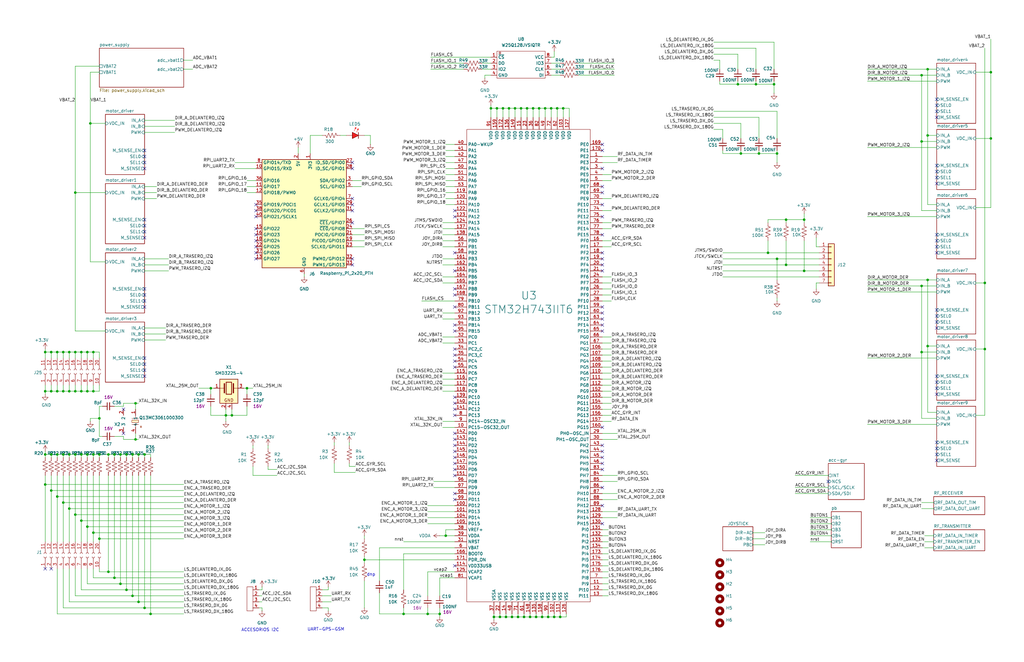
<source format=kicad_sch>
(kicad_sch (version 20250114) (generator "eeschema") (generator_version "9.0")
  (paper "USLedger")
  (title_block (title "RC-KAKATA-CONTROL") (date "2025-12-01") (rev "1.0") (company "ITLA-HUB") (comment 1 "Design: Carlos Pichardo"))
  (text "UART-GPS-GSM" (at 137.414 265.684 0) (effects (font (size 1.27 1.27))))
  (text "ACCESORIOS I2C" (at 109.728 265.938 0) (effects (font (size 1.27 1.27))))
  (text "dnp" (at 156.464 242.57 0) (effects (font (size 1.27 1.27))))
  (junction (at 60.96 191.77))
  (junction (at 24.13 191.77))
  (junction (at 24.13 165.1))
  (junction (at 29.21 165.1))
  (junction (at 104.14 163.83))
  (junction (at 224.79 45.72))
  (junction (at 388.62 59.69))
  (junction (at 21.59 165.1))
  (junction (at 391.16 29.21))
  (junction (at 339.09 114.3))
  (junction (at 323.85 106.68))
  (junction (at 26.67 148.59))
  (junction (at 331.47 111.76))
  (junction (at 415.29 147.32))
  (junction (at 218.44 260.35))
  (junction (at 36.83 222.25))
  (junction (at 228.6 260.35))
  (junction (at 217.17 45.72))
  (junction (at 55.88 251.46))
  (junction (at 234.95 45.72))
  (junction (at 226.06 260.35))
  (junction (at 45.72 241.3))
  (junction (at 210.82 260.35))
  (junction (at 21.59 207.01))
  (junction (at 58.42 254))
  (junction (at 39.37 224.79))
  (junction (at 88.9 163.83))
  (junction (at 214.63 45.72))
  (junction (at 207.01 45.72))
  (junction (at 153.67 236.22))
  (junction (at 53.34 248.92))
  (junction (at 26.67 165.1))
  (junction (at 232.41 45.72))
  (junction (at 34.29 191.77))
  (junction (at 388.62 148.59))
  (junction (at 24.13 209.55))
  (junction (at 185.42 259.08))
  (junction (at 97.79 175.26))
  (junction (at 34.29 165.1))
  (junction (at 48.26 191.77))
  (junction (at 326.39 35.56))
  (junction (at 34.29 219.71))
  (junction (at 63.5 259.08))
  (junction (at 31.75 217.17))
  (junction (at 29.21 148.59))
  (junction (at 53.34 191.77))
  (junction (at 327.66 109.22))
  (junction (at 391.16 118.11))
  (junction (at 36.83 191.77))
  (junction (at 60.96 256.54))
  (junction (at 57.15 170.18))
  (junction (at 19.05 204.47))
  (junction (at 31.75 191.77))
  (junction (at 391.16 57.15))
  (junction (at 38.1 52.07))
  (junction (at 95.25 175.26))
  (junction (at 187.96 226.06))
  (junction (at 39.37 191.77))
  (junction (at 45.72 191.77))
  (junction (at 227.33 45.72))
  (junction (at 41.91 191.77))
  (junction (at 327.66 64.77))
  (junction (at 311.15 35.56))
  (junction (at 233.68 260.35))
  (junction (at 318.77 35.56))
  (junction (at 50.8 246.38))
  (junction (at 39.37 165.1))
  (junction (at 170.18 259.08))
  (junction (at 48.26 243.84))
  (junction (at 31.75 81.28))
  (junction (at 391.16 146.05))
  (junction (at 417.83 58.42))
  (junction (at 237.49 45.72))
  (junction (at 19.05 165.1))
  (junction (at 39.37 148.59))
  (junction (at 21.59 148.59))
  (junction (at 312.42 64.77))
  (junction (at 24.13 148.59))
  (junction (at 57.15 185.42))
  (junction (at 29.21 214.63))
  (junction (at 415.29 119.38))
  (junction (at 50.8 191.77))
  (junction (at 209.55 45.72))
  (junction (at 213.36 260.35))
  (junction (at 223.52 260.35))
  (junction (at 41.91 176.53))
  (junction (at 320.04 64.77))
  (junction (at 19.05 191.77))
  (junction (at 29.21 191.77))
  (junction (at 26.67 212.09))
  (junction (at 229.87 45.72))
  (junction (at 36.83 148.59))
  (junction (at 208.28 260.35))
  (junction (at 215.9 260.35))
  (junction (at 19.05 148.59))
  (junction (at 41.91 227.33))
  (junction (at 219.71 45.72))
  (junction (at 55.88 191.77))
  (junction (at 388.62 31.75))
  (junction (at 231.14 260.35))
  (junction (at 36.83 165.1))
  (junction (at 21.59 191.77))
  (junction (at 26.67 191.77))
  (junction (at 180.34 259.08))
  (junction (at 34.29 148.59))
  (junction (at 31.75 165.1))
  (junction (at 58.42 191.77))
  (junction (at 339.09 92.71))
  (junction (at 331.47 92.71))
  (junction (at 222.25 45.72))
  (junction (at 212.09 45.72))
  (junction (at 31.75 148.59))
  (junction (at 388.62 120.65))
  (junction (at 220.98 260.35))
  (junction (at 417.83 30.48))
  (junction (at 236.22 260.35))
  (no_connect (at 254 220.98))
  (no_connect (at 107.95 96.52))
  (no_connect (at 191.77 193.04))
  (no_connect (at 60.96 127))
  (no_connect (at 52.07 172.72))
  (no_connect (at 254 190.5))
  (no_connect (at 148.59 88.9))
  (no_connect (at 191.77 106.68))
  (no_connect (at 107.95 106.68))
  (no_connect (at 191.77 198.12))
  (no_connect (at 60.96 97.79))
  (no_connect (at 60.96 92.71))
  (no_connect (at 191.77 154.94))
  (no_connect (at 191.77 210.82))
  (no_connect (at 394.97 106.68))
  (no_connect (at 191.77 139.7))
  (no_connect (at 191.77 129.54))
  (no_connect (at 254 132.08))
  (no_connect (at 107.95 86.36))
  (no_connect (at 191.77 114.3))
  (no_connect (at 191.77 167.64))
  (no_connect (at 254 195.58))
  (no_connect (at 148.59 111.76))
  (no_connect (at 60.96 158.75))
  (no_connect (at 191.77 208.28))
  (no_connect (at 60.96 121.92))
  (no_connect (at 394.97 191.77))
  (no_connect (at 394.97 101.6))
  (no_connect (at 60.96 100.33))
  (no_connect (at 394.97 135.89))
  (no_connect (at 191.77 195.58))
  (no_connect (at 148.59 86.36))
  (no_connect (at 254 205.74))
  (no_connect (at 394.97 138.43))
  (no_connect (at 254 139.7))
  (no_connect (at 191.77 185.42))
  (no_connect (at 394.97 189.23))
  (no_connect (at 394.97 41.91))
  (no_connect (at 394.97 69.85))
  (no_connect (at 254 78.74))
  (no_connect (at 254 193.04))
  (no_connect (at 394.97 77.47))
  (no_connect (at 60.96 124.46))
  (no_connect (at 254 91.44))
  (no_connect (at 60.96 153.67))
  (no_connect (at 394.97 72.39))
  (no_connect (at 191.77 149.86))
  (no_connect (at 254 99.06))
  (no_connect (at 394.97 130.81))
  (no_connect (at 394.97 44.45))
  (no_connect (at 107.95 88.9))
  (no_connect (at 60.96 63.5))
  (no_connect (at 394.97 74.93))
  (no_connect (at 191.77 172.72))
  (no_connect (at 394.97 133.35))
  (no_connect (at 394.97 104.14))
  (no_connect (at 107.95 91.44))
  (no_connect (at 148.59 93.98))
  (no_connect (at 60.96 95.25))
  (no_connect (at 191.77 187.96))
  (no_connect (at 254 71.12))
  (no_connect (at 60.96 156.21))
  (no_connect (at 394.97 166.37))
  (no_connect (at 60.96 66.04))
  (no_connect (at 191.77 137.16))
  (no_connect (at 191.77 91.44))
  (no_connect (at 349.25 203.2))
  (no_connect (at 254 63.5))
  (no_connect (at 21.59 240.03))
  (no_connect (at 19.05 240.03))
  (no_connect (at 254 134.62))
  (no_connect (at 60.96 68.58))
  (no_connect (at 107.95 101.6))
  (no_connect (at 107.95 104.14))
  (no_connect (at 254 187.96))
  (no_connect (at 191.77 121.92))
  (no_connect (at 148.59 83.82))
  (no_connect (at 191.77 200.66))
  (no_connect (at 148.59 109.22))
  (no_connect (at 254 111.76))
  (no_connect (at 52.07 182.88))
  (no_connect (at 191.77 88.9))
  (no_connect (at 254 81.28))
  (no_connect (at 394.97 161.29))
  (no_connect (at 394.97 49.53))
  (no_connect (at 254 129.54))
  (no_connect (at 191.77 238.76))
  (no_connect (at 60.96 151.13))
  (no_connect (at 394.97 46.99))
  (no_connect (at 254 106.68))
  (no_connect (at 394.97 194.31))
  (no_connect (at 394.97 186.69))
  (no_connect (at 394.97 163.83))
  (no_connect (at 254 114.3))
  (no_connect (at 254 109.22))
  (no_connect (at 191.77 182.88))
  (no_connect (at 191.77 147.32))
  (no_connect (at 394.97 158.75))
  (no_connect (at 394.97 99.06))
  (no_connect (at 148.59 68.58))
  (no_connect (at 191.77 190.5))
  (no_connect (at 191.77 175.26))
  (no_connect (at 254 180.34))
  (no_connect (at 107.95 109.22))
  (no_connect (at 60.96 71.12))
  (no_connect (at 254 137.16))
  (no_connect (at 107.95 99.06))
  (no_connect (at 254 198.12))
  (no_connect (at 254 60.96))
  (no_connect (at 60.96 129.54))
  (no_connect (at 191.77 124.46))
  (no_connect (at 191.77 152.4))
  (no_connect (at 254 86.36))
  (no_connect (at 191.77 170.18))
  (no_connect (at 254 213.36))
  (no_connect (at 148.59 71.12))
  (wire (pts (xy 320.04 63.5) (xy 320.04 64.77)))
  (wire (pts (xy 104.14 163.83) (xy 106.68 163.83)))
  (wire (pts (xy 180.34 215.9) (xy 191.77 215.9)))
  (wire (pts (xy 254 152.4) (xy 257.81 152.4)))
  (wire (pts (xy 344.17 119.38) (xy 344.17 121.92)))
  (wire (pts (xy 391.16 146.05) (xy 391.16 118.11)))
  (wire (pts (xy 417.83 30.48) (xy 417.83 58.42)))
  (wire (pts (xy 41.91 162.56) (xy 41.91 165.1)))
  (wire (pts (xy 187.96 76.2) (xy 191.77 76.2)))
  (wire (pts (xy 311.15 22.86) (xy 300.99 22.86)))
  (wire (pts (xy 254 251.46) (xy 256.54 251.46)))
  (wire (pts (xy 55.88 191.77) (xy 55.88 193.04)))
  (wire (pts (xy 39.37 148.59) (xy 36.83 148.59)))
  (wire (pts (xy 36.83 191.77) (xy 34.29 191.77)))
  (wire (pts (xy 365.76 179.07) (xy 394.97 179.07)))
  (wire (pts (xy 254 236.22) (xy 256.54 236.22)))
  (wire (pts (xy 326.39 34.29) (xy 326.39 35.56)))
  (wire (pts (xy 331.47 92.71) (xy 331.47 93.98)))
  (wire (pts (xy 327.66 125.73) (xy 327.66 127)))
  (wire (pts (xy 38.1 52.07) (xy 44.45 52.07)))
  (wire (pts (xy 57.15 170.18) (xy 58.42 170.18)))
  (wire (pts (xy 53.34 200.66) (xy 53.34 248.92)))
  (wire (pts (xy 21.59 148.59) (xy 21.59 151.13)))
  (wire (pts (xy 153.67 245.11) (xy 153.67 256.54)))
  (wire (pts (xy 104.14 81.28) (xy 107.95 81.28)))
  (wire (pts (xy 77.47 29.21) (xy 81.28 29.21)))
  (wire (pts (xy 388.62 31.75) (xy 394.97 31.75)))
  (wire (pts (xy 24.13 191.77) (xy 21.59 191.77)))
  (wire (pts (xy 254 208.28) (xy 260.35 208.28)))
  (wire (pts (xy 77.47 214.63) (xy 29.21 214.63)))
  (wire (pts (xy 60.96 256.54) (xy 26.67 256.54)))
  (wire (pts (xy 34.29 200.66) (xy 34.29 219.71)))
  (wire (pts (xy 254 68.58) (xy 260.35 68.58)))
  (wire (pts (xy 58.42 191.77) (xy 58.42 193.04)))
  (wire (pts (xy 254 200.66) (xy 260.35 200.66)))
  (wire (pts (xy 327.66 109.22) (xy 327.66 118.11)))
  (wire (pts (xy 394.97 57.15) (xy 391.16 57.15)))
  (wire (pts (xy 254 116.84) (xy 257.81 116.84)))
  (wire (pts (xy 182.88 203.2) (xy 191.77 203.2)))
  (wire (pts (xy 335.28 205.74) (xy 349.25 205.74)))
  (wire (pts (xy 210.82 260.35) (xy 208.28 260.35)))
  (wire (pts (xy 254 104.14) (xy 257.81 104.14)))
  (wire (pts (xy 60.96 200.66) (xy 60.96 256.54)))
  (wire (pts (xy 24.13 148.59) (xy 21.59 148.59)))
  (wire (pts (xy 77.47 248.92) (xy 53.34 248.92)))
  (wire (pts (xy 83.82 163.83) (xy 88.9 163.83)))
  (wire (pts (xy 77.47 259.08) (xy 63.5 259.08)))
  (wire (pts (xy 323.85 106.68) (xy 345.44 106.68)))
  (wire (pts (xy 113.03 196.85) (xy 113.03 198.12)))
  (wire (pts (xy 95.25 172.72) (xy 95.25 175.26)))
  (wire (pts (xy 180.34 259.08) (xy 185.42 259.08)))
  (wire (pts (xy 234.95 45.72) (xy 234.95 49.53)))
  (wire (pts (xy 24.13 151.13) (xy 24.13 148.59)))
  (wire (pts (xy 365.76 120.65) (xy 388.62 120.65)))
  (wire (pts (xy 234.95 45.72) (xy 232.41 45.72)))
  (wire (pts (xy 415.29 20.32) (xy 415.29 119.38)))
  (wire (pts (xy 254 228.6) (xy 256.54 228.6)))
  (wire (pts (xy 236.22 260.35) (xy 233.68 260.35)))
  (wire (pts (xy 138.43 248.92) (xy 135.89 248.92)))
  (wire (pts (xy 24.13 200.66) (xy 24.13 209.55)))
  (wire (pts (xy 182.88 205.74) (xy 191.77 205.74)))
  (wire (pts (xy 138.43 256.54) (xy 138.43 257.81)))
  (wire (pts (xy 148.59 99.06) (xy 153.67 99.06)))
  (wire (pts (xy 128.27 115.57) (xy 128.27 116.84)))
  (wire (pts (xy 254 124.46) (xy 257.81 124.46)))
  (wire (pts (xy 160.02 231.14) (xy 160.02 245.11)))
  (wire (pts (xy 207.01 45.72) (xy 207.01 49.53)))
  (wire (pts (xy 210.82 259.08) (xy 210.82 260.35)))
  (wire (pts (xy 212.09 45.72) (xy 212.09 49.53)))
  (wire (pts (xy 50.8 246.38) (xy 36.83 246.38)))
  (wire (pts (xy 238.76 260.35) (xy 236.22 260.35)))
  (wire (pts (xy 219.71 45.72) (xy 219.71 49.53)))
  (wire (pts (xy 29.21 151.13) (xy 29.21 148.59)))
  (wire (pts (xy 26.67 191.77) (xy 26.67 193.04)))
  (wire (pts (xy 254 66.04) (xy 260.35 66.04)))
  (wire (pts (xy 140.97 199.39) (xy 140.97 195.58)))
  (wire (pts (xy 237.49 45.72) (xy 237.49 49.53)))
  (wire (pts (xy 130.81 57.15) (xy 135.89 57.15)))
  (wire (pts (xy 254 167.64) (xy 257.81 167.64)))
  (wire (pts (xy 304.8 106.68) (xy 323.85 106.68)))
  (wire (pts (xy 36.83 200.66) (xy 36.83 222.25)))
  (wire (pts (xy 149.86 199.39) (xy 140.97 199.39)))
  (wire (pts (xy 41.91 148.59) (xy 39.37 148.59)))
  (wire (pts (xy 58.42 191.77) (xy 60.96 191.77)))
  (wire (pts (xy 232.41 49.53) (xy 232.41 45.72)))
  (wire (pts (xy 365.76 151.13) (xy 394.97 151.13)))
  (wire (pts (xy 388.62 120.65) (xy 394.97 120.65)))
  (wire (pts (xy 254 172.72) (xy 257.81 172.72)))
  (wire (pts (xy 231.14 260.35) (xy 228.6 260.35)))
  (wire (pts (xy 207.01 44.45) (xy 207.01 45.72)))
  (wire (pts (xy 60.96 83.82) (xy 66.04 83.82)))
  (wire (pts (xy 391.16 118.11) (xy 394.97 118.11)))
  (wire (pts (xy 185.42 256.54) (xy 185.42 259.08)))
  (wire (pts (xy 254 243.84) (xy 256.54 243.84)))
  (wire (pts (xy 55.88 191.77) (xy 58.42 191.77)))
  (wire (pts (xy 318.77 35.56) (xy 326.39 35.56)))
  (wire (pts (xy 365.76 62.23) (xy 394.97 62.23)))
  (wire (pts (xy 104.14 175.26) (xy 97.79 175.26)))
  (wire (pts (xy 326.39 17.78) (xy 300.99 17.78)))
  (wire (pts (xy 388.62 148.59) (xy 388.62 120.65)))
  (wire (pts (xy 236.22 26.67) (xy 232.41 26.67)))
  (wire (pts (xy 21.59 165.1) (xy 19.05 165.1)))
  (wire (pts (xy 60.96 81.28) (xy 66.04 81.28)))
  (wire (pts (xy 218.44 260.35) (xy 215.9 260.35)))
  (wire (pts (xy 39.37 165.1) (xy 36.83 165.1)))
  (wire (pts (xy 57.15 185.42) (xy 58.42 185.42)))
  (wire (pts (xy 341.63 220.98) (xy 350.52 220.98)))
  (wire (pts (xy 38.1 110.49) (xy 44.45 110.49)))
  (wire (pts (xy 318.77 20.32) (xy 318.77 29.21)))
  (wire (pts (xy 181.61 29.21) (xy 195.58 29.21)))
  (wire (pts (xy 219.71 45.72) (xy 217.17 45.72)))
  (wire (pts (xy 335.28 200.66) (xy 349.25 200.66)))
  (wire (pts (xy 339.09 101.6) (xy 339.09 114.3)))
  (wire (pts (xy 212.09 45.72) (xy 209.55 45.72)))
  (wire (pts (xy 21.59 148.59) (xy 19.05 148.59)))
  (wire (pts (xy 304.8 111.76) (xy 331.47 111.76)))
  (wire (pts (xy 140.97 186.69) (xy 140.97 187.96)))
  (wire (pts (xy 228.6 260.35) (xy 226.06 260.35)))
  (wire (pts (xy 160.02 250.19) (xy 160.02 259.08)))
  (wire (pts (xy 318.77 20.32) (xy 300.99 20.32)))
  (wire (pts (xy 26.67 148.59) (xy 24.13 148.59)))
  (wire (pts (xy 388.62 59.69) (xy 388.62 31.75)))
  (wire (pts (xy 63.5 191.77) (xy 63.5 193.04)))
  (wire (pts (xy 187.96 223.52) (xy 187.96 226.06)))
  (wire (pts (xy 226.06 260.35) (xy 223.52 260.35)))
  (wire (pts (xy 26.67 165.1) (xy 24.13 165.1)))
  (wire (pts (xy 52.07 170.18) (xy 57.15 170.18)))
  (wire (pts (xy 53.34 191.77) (xy 53.34 193.04)))
  (wire (pts (xy 394.97 148.59) (xy 388.62 148.59)))
  (wire (pts (xy 109.22 248.92) (xy 110.49 248.92)))
  (wire (pts (xy 240.03 45.72) (xy 237.49 45.72)))
  (wire (pts (xy 186.69 119.38) (xy 191.77 119.38)))
  (wire (pts (xy 52.07 170.18) (xy 52.07 171.45)))
  (wire (pts (xy 232.41 24.13) (xy 233.68 24.13)))
  (wire (pts (xy 104.14 76.2) (xy 107.95 76.2)))
  (wire (pts (xy 109.22 254) (xy 110.49 254)))
  (wire (pts (xy 236.22 31.75) (xy 232.41 31.75)))
  (wire (pts (xy 218.44 259.08) (xy 218.44 260.35)))
  (wire (pts (xy 303.53 25.4) (xy 303.53 29.21)))
  (wire (pts (xy 60.96 114.3) (xy 71.12 114.3)))
  (wire (pts (xy 106.68 187.96) (xy 106.68 189.23)))
  (wire (pts (xy 208.28 259.08) (xy 208.28 260.35)))
  (wire (pts (xy 36.83 165.1) (xy 34.29 165.1)))
  (wire (pts (xy 187.96 63.5) (xy 191.77 63.5)))
  (wire (pts (xy 77.47 227.33) (xy 41.91 227.33)))
  (wire (pts (xy 45.72 241.3) (xy 41.91 241.3)))
  (wire (pts (xy 26.67 212.09) (xy 26.67 228.6)))
  (wire (pts (xy 147.32 186.69) (xy 147.32 187.96)))
  (wire (pts (xy 180.34 251.46) (xy 180.34 241.3)))
  (wire (pts (xy 254 177.8) (xy 257.81 177.8)))
  (wire (pts (xy 41.91 27.94) (xy 31.75 27.94)))
  (wire (pts (xy 19.05 200.66) (xy 19.05 204.47)))
  (wire (pts (xy 417.83 58.42) (xy 417.83 87.63)))
  (wire (pts (xy 60.96 55.88) (xy 73.66 55.88)))
  (wire (pts (xy 236.22 259.08) (xy 236.22 260.35)))
  (wire (pts (xy 170.18 259.08) (xy 180.34 259.08)))
  (wire (pts (xy 339.09 92.71) (xy 339.09 93.98)))
  (wire (pts (xy 318.77 34.29) (xy 318.77 35.56)))
  (wire (pts (xy 186.69 134.62) (xy 191.77 134.62)))
  (wire (pts (xy 170.18 248.92) (xy 170.18 233.68)))
  (wire (pts (xy 303.53 34.29) (xy 303.53 35.56)))
  (wire (pts (xy 31.75 162.56) (xy 31.75 165.1)))
  (wire (pts (xy 177.8 127) (xy 191.77 127)))
  (wire (pts (xy 186.69 180.34) (xy 191.77 180.34)))
  (wire (pts (xy 317.5 229.87) (xy 322.58 229.87)))
  (wire (pts (xy 60.96 140.97) (xy 69.85 140.97)))
  (wire (pts (xy 60.96 53.34) (xy 73.66 53.34)))
  (wire (pts (xy 187.96 81.28) (xy 191.77 81.28)))
  (wire (pts (xy 223.52 260.35) (xy 220.98 260.35)))
  (wire (pts (xy 104.14 171.45) (xy 104.14 175.26)))
  (wire (pts (xy 254 210.82) (xy 260.35 210.82)))
  (wire (pts (xy 97.79 175.26) (xy 97.79 172.72)))
  (wire (pts (xy 254 121.92) (xy 257.81 121.92)))
  (wire (pts (xy 254 182.88) (xy 260.35 182.88)))
  (wire (pts (xy 63.5 200.66) (xy 63.5 259.08)))
  (wire (pts (xy 29.21 214.63) (xy 29.21 228.6)))
  (wire (pts (xy 311.15 35.56) (xy 318.77 35.56)))
  (wire (pts (xy 191.77 223.52) (xy 187.96 223.52)))
  (wire (pts (xy 323.85 92.71) (xy 331.47 92.71)))
  (wire (pts (xy 254 149.86) (xy 257.81 149.86)))
  (wire (pts (xy 339.09 114.3) (xy 345.44 114.3)))
  (wire (pts (xy 88.9 163.83) (xy 90.17 163.83)))
  (wire (pts (xy 303.53 35.56) (xy 311.15 35.56)))
  (wire (pts (xy 233.68 260.35) (xy 231.14 260.35)))
  (wire (pts (xy 417.83 16.51) (xy 417.83 30.48)))
  (wire (pts (xy 254 119.38) (xy 257.81 119.38)))
  (wire (pts (xy 254 233.68) (xy 256.54 233.68)))
  (wire (pts (xy 365.76 118.11) (xy 391.16 118.11)))
  (wire (pts (xy 389.89 228.6) (xy 393.7 228.6)))
  (wire (pts (xy 411.48 175.26) (xy 415.29 175.26)))
  (wire (pts (xy 125.73 62.23) (xy 125.73 64.77)))
  (wire (pts (xy 26.67 148.59) (xy 26.67 151.13)))
  (wire (pts (xy 209.55 45.72) (xy 207.01 45.72)))
  (wire (pts (xy 77.47 254) (xy 58.42 254)))
  (wire (pts (xy 187.96 226.06) (xy 191.77 226.06)))
  (wire (pts (xy 116.84 200.66) (xy 106.68 200.66)))
  (wire (pts (xy 327.66 46.99) (xy 327.66 58.42)))
  (wire (pts (xy 226.06 259.08) (xy 226.06 260.35)))
  (wire (pts (xy 254 93.98) (xy 257.81 93.98)))
  (wire (pts (xy 335.28 208.28) (xy 349.25 208.28)))
  (wire (pts (xy 106.68 200.66) (xy 106.68 196.85)))
  (wire (pts (xy 153.67 226.06) (xy 153.67 227.33)))
  (wire (pts (xy 24.13 259.08) (xy 24.13 240.03)))
  (wire (pts (xy 39.37 191.77) (xy 39.37 193.04)))
  (wire (pts (xy 60.96 191.77) (xy 60.96 193.04)))
  (wire (pts (xy 60.96 50.8) (xy 73.66 50.8)))
  (wire (pts (xy 63.5 259.08) (xy 24.13 259.08)))
  (wire (pts (xy 236.22 29.21) (xy 232.41 29.21)))
  (wire (pts (xy 60.96 111.76) (xy 71.12 111.76)))
  (wire (pts (xy 394.97 88.9) (xy 388.62 88.9)))
  (wire (pts (xy 227.33 45.72) (xy 227.33 49.53)))
  (wire (pts (xy 232.41 45.72) (xy 229.87 45.72)))
  (wire (pts (xy 31.75 191.77) (xy 29.21 191.77)))
  (wire (pts (xy 254 175.26) (xy 257.81 175.26)))
  (wire (pts (xy 224.79 45.72) (xy 222.25 45.72)))
  (wire (pts (xy 388.62 176.53) (xy 388.62 148.59)))
  (wire (pts (xy 304.8 64.77) (xy 312.42 64.77)))
  (wire (pts (xy 391.16 57.15) (xy 391.16 29.21)))
  (wire (pts (xy 254 215.9) (xy 260.35 215.9)))
  (wire (pts (xy 29.21 148.59) (xy 26.67 148.59)))
  (wire (pts (xy 52.07 185.42) (xy 52.07 184.15)))
  (wire (pts (xy 29.21 200.66) (xy 29.21 214.63)))
  (wire (pts (xy 53.34 248.92) (xy 34.29 248.92)))
  (wire (pts (xy 143.51 57.15) (xy 146.05 57.15)))
  (wire (pts (xy 55.88 200.66) (xy 55.88 251.46)))
  (wire (pts (xy 24.13 191.77) (xy 24.13 193.04)))
  (wire (pts (xy 304.8 63.5) (xy 304.8 64.77)))
  (wire (pts (xy 57.15 170.18) (xy 57.15 172.72)))
  (wire (pts (xy 36.83 148.59) (xy 34.29 148.59)))
  (wire (pts (xy 233.68 259.08) (xy 233.68 260.35)))
  (wire (pts (xy 339.09 90.17) (xy 339.09 92.71)))
  (wire (pts (xy 180.34 220.98) (xy 191.77 220.98)))
  (wire (pts (xy 254 170.18) (xy 257.81 170.18)))
  (wire (pts (xy 48.26 243.84) (xy 39.37 243.84)))
  (wire (pts (xy 36.83 222.25) (xy 36.83 228.6)))
  (wire (pts (xy 26.67 162.56) (xy 26.67 165.1)))
  (wire (pts (xy 227.33 45.72) (xy 224.79 45.72)))
  (wire (pts (xy 41.91 241.3) (xy 41.91 240.03)))
  (wire (pts (xy 21.59 191.77) (xy 21.59 193.04)))
  (wire (pts (xy 21.59 200.66) (xy 21.59 207.01)))
  (wire (pts (xy 24.13 162.56) (xy 24.13 165.1)))
  (wire (pts (xy 181.61 24.13) (xy 207.01 24.13)))
  (wire (pts (xy 187.96 73.66) (xy 191.77 73.66)))
  (wire (pts (xy 39.37 165.1) (xy 41.91 165.1)))
  (wire (pts (xy 365.76 31.75) (xy 388.62 31.75)))
  (wire (pts (xy 191.77 243.84) (xy 185.42 243.84)))
  (wire (pts (xy 50.8 200.66) (xy 50.8 246.38)))
  (wire (pts (xy 57.15 182.88) (xy 57.15 185.42)))
  (wire (pts (xy 254 162.56) (xy 257.81 162.56)))
  (wire (pts (xy 344.17 100.33) (xy 344.17 104.14)))
  (wire (pts (xy 34.29 191.77) (xy 31.75 191.77)))
  (wire (pts (xy 38.1 30.48) (xy 38.1 52.07)))
  (wire (pts (xy 170.18 233.68) (xy 191.77 233.68)))
  (wire (pts (xy 217.17 45.72) (xy 214.63 45.72)))
  (wire (pts (xy 304.8 109.22) (xy 327.66 109.22)))
  (wire (pts (xy 53.34 191.77) (xy 55.88 191.77)))
  (wire (pts (xy 34.29 191.77) (xy 34.29 193.04)))
  (wire (pts (xy 254 185.42) (xy 260.35 185.42)))
  (wire (pts (xy 104.14 78.74) (xy 107.95 78.74)))
  (wire (pts (xy 109.22 256.54) (xy 110.49 256.54)))
  (wire (pts (xy 180.34 218.44) (xy 191.77 218.44)))
  (wire (pts (xy 77.47 212.09) (xy 26.67 212.09)))
  (wire (pts (xy 45.72 191.77) (xy 48.26 191.77)))
  (wire (pts (xy 312.42 52.07) (xy 300.99 52.07)))
  (wire (pts (xy 331.47 92.71) (xy 339.09 92.71)))
  (wire (pts (xy 148.59 104.14) (xy 153.67 104.14)))
  (wire (pts (xy 95.25 175.26) (xy 97.79 175.26)))
  (wire (pts (xy 77.47 25.4) (xy 81.28 25.4)))
  (wire (pts (xy 229.87 45.72) (xy 227.33 45.72)))
  (wire (pts (xy 254 246.38) (xy 256.54 246.38)))
  (wire (pts (xy 203.2 29.21) (xy 207.01 29.21)))
  (wire (pts (xy 411.48 147.32) (xy 415.29 147.32)))
  (wire (pts (xy 388.62 212.09) (xy 393.7 212.09)))
  (wire (pts (xy 187.96 83.82) (xy 191.77 83.82)))
  (wire (pts (xy 304.8 116.84) (xy 345.44 116.84)))
  (wire (pts (xy 180.34 241.3) (xy 191.77 241.3)))
  (wire (pts (xy 180.34 256.54) (xy 180.34 259.08)))
  (wire (pts (xy 222.25 45.72) (xy 222.25 49.53)))
  (wire (pts (xy 77.47 224.79) (xy 39.37 224.79)))
  (wire (pts (xy 323.85 101.6) (xy 323.85 106.68)))
  (wire (pts (xy 38.1 52.07) (xy 38.1 110.49)))
  (wire (pts (xy 24.13 165.1) (xy 21.59 165.1)))
  (wire (pts (xy 411.48 87.63) (xy 417.83 87.63)))
  (wire (pts (xy 191.77 144.78) (xy 186.69 144.78)))
  (wire (pts (xy 204.47 31.75) (xy 204.47 33.02)))
  (wire (pts (xy 365.76 91.44) (xy 394.97 91.44)))
  (wire (pts (xy 48.26 191.77) (xy 50.8 191.77)))
  (wire (pts (xy 186.69 132.08) (xy 191.77 132.08)))
  (wire (pts (xy 254 223.52) (xy 256.54 223.52)))
  (wire (pts (xy 220.98 260.35) (xy 218.44 260.35)))
  (wire (pts (xy 41.91 171.45) (xy 41.91 176.53)))
  (wire (pts (xy 207.01 31.75) (xy 204.47 31.75)))
  (wire (pts (xy 29.21 191.77) (xy 26.67 191.77)))
  (wire (pts (xy 113.03 198.12) (xy 116.84 198.12)))
  (wire (pts (xy 254 157.48) (xy 257.81 157.48)))
  (wire (pts (xy 45.72 193.04) (xy 45.72 191.77)))
  (wire (pts (xy 243.84 26.67) (xy 259.08 26.67)))
  (wire (pts (xy 312.42 64.77) (xy 320.04 64.77)))
  (wire (pts (xy 34.29 248.92) (xy 34.29 240.03)))
  (wire (pts (xy 254 241.3) (xy 256.54 241.3)))
  (wire (pts (xy 77.47 217.17) (xy 31.75 217.17)))
  (wire (pts (xy 215.9 260.35) (xy 213.36 260.35)))
  (wire (pts (xy 44.45 139.7) (xy 31.75 139.7)))
  (wire (pts (xy 186.69 165.1) (xy 191.77 165.1)))
  (wire (pts (xy 191.77 231.14) (xy 160.02 231.14)))
  (wire (pts (xy 130.81 57.15) (xy 130.81 64.77)))
  (wire (pts (xy 185.42 226.06) (xy 187.96 226.06)))
  (wire (pts (xy 327.66 109.22) (xy 345.44 109.22)))
  (wire (pts (xy 214.63 45.72) (xy 212.09 45.72)))
  (wire (pts (xy 224.79 45.72) (xy 224.79 49.53)))
  (wire (pts (xy 48.26 191.77) (xy 48.26 193.04)))
  (wire (pts (xy 19.05 147.32) (xy 19.05 148.59)))
  (wire (pts (xy 331.47 111.76) (xy 345.44 111.76)))
  (wire (pts (xy 50.8 191.77) (xy 50.8 193.04)))
  (wire (pts (xy 58.42 200.66) (xy 58.42 254)))
  (wire (pts (xy 29.21 162.56) (xy 29.21 165.1)))
  (wire (pts (xy 186.69 160.02) (xy 191.77 160.02)))
  (wire (pts (xy 31.75 27.94) (xy 31.75 81.28)))
  (wire (pts (xy 254 83.82) (xy 257.81 83.82)))
  (wire (pts (xy 21.59 162.56) (xy 21.59 165.1)))
  (wire (pts (xy 29.21 191.77) (xy 29.21 193.04)))
  (wire (pts (xy 36.83 246.38) (xy 36.83 240.03)))
  (wire (pts (xy 26.67 200.66) (xy 26.67 212.09)))
  (wire (pts (xy 365.76 34.29) (xy 394.97 34.29)))
  (wire (pts (xy 185.42 243.84) (xy 185.42 251.46)))
  (wire (pts (xy 39.37 243.84) (xy 39.37 240.03)))
  (wire (pts (xy 341.63 226.06) (xy 350.52 226.06)))
  (wire (pts (xy 34.29 162.56) (xy 34.29 165.1)))
  (wire (pts (xy 186.69 162.56) (xy 191.77 162.56)))
  (wire (pts (xy 148.59 96.52) (xy 153.67 96.52)))
  (wire (pts (xy 254 160.02) (xy 257.81 160.02)))
  (wire (pts (xy 326.39 17.78) (xy 326.39 29.21)))
  (wire (pts (xy 254 165.1) (xy 257.81 165.1)))
  (wire (pts (xy 415.29 175.26) (xy 415.29 147.32)))
  (wire (pts (xy 21.59 207.01) (xy 21.59 228.6)))
  (wire (pts (xy 254 76.2) (xy 257.81 76.2)))
  (wire (pts (xy 365.76 29.21) (xy 391.16 29.21)))
  (wire (pts (xy 186.69 111.76) (xy 191.77 111.76)))
  (wire (pts (xy 31.75 217.17) (xy 31.75 228.6)))
  (wire (pts (xy 254 88.9) (xy 257.81 88.9)))
  (wire (pts (xy 186.69 96.52) (xy 191.77 96.52)))
  (wire (pts (xy 254 218.44) (xy 260.35 218.44)))
  (wire (pts (xy 243.84 31.75) (xy 259.08 31.75)))
  (wire (pts (xy 391.16 173.99) (xy 391.16 146.05)))
  (wire (pts (xy 223.52 259.08) (xy 223.52 260.35)))
  (wire (pts (xy 415.29 147.32) (xy 415.29 119.38)))
  (wire (pts (xy 41.91 227.33) (xy 41.91 228.6)))
  (wire (pts (xy 228.6 259.08) (xy 228.6 260.35)))
  (wire (pts (xy 149.86 196.85) (xy 147.32 196.85)))
  (wire (pts (xy 77.47 256.54) (xy 60.96 256.54)))
  (wire (pts (xy 41.91 191.77) (xy 39.37 191.77)))
  (wire (pts (xy 45.72 200.66) (xy 45.72 241.3)))
  (wire (pts (xy 156.21 57.15) (xy 156.21 60.96)))
  (wire (pts (xy 77.47 204.47) (xy 19.05 204.47)))
  (wire (pts (xy 394.97 59.69) (xy 388.62 59.69)))
  (wire (pts (xy 36.83 191.77) (xy 36.83 193.04)))
  (wire (pts (xy 48.26 200.66) (xy 48.26 243.84)))
  (wire (pts (xy 26.67 256.54) (xy 26.67 240.03)))
  (wire (pts (xy 34.29 219.71) (xy 34.29 228.6)))
  (wire (pts (xy 254 248.92) (xy 256.54 248.92)))
  (wire (pts (xy 58.42 254) (xy 29.21 254)))
  (wire (pts (xy 77.47 222.25) (xy 36.83 222.25)))
  (wire (pts (xy 77.47 219.71) (xy 34.29 219.71)))
  (wire (pts (xy 365.76 123.19) (xy 394.97 123.19)))
  (wire (pts (xy 222.25 45.72) (xy 219.71 45.72)))
  (wire (pts (xy 254 147.32) (xy 257.81 147.32)))
  (wire (pts (xy 394.97 176.53) (xy 388.62 176.53)))
  (wire (pts (xy 254 127) (xy 257.81 127)))
  (wire (pts (xy 186.69 109.22) (xy 191.77 109.22)))
  (wire (pts (xy 19.05 162.56) (xy 19.05 165.1)))
  (wire (pts (xy 254 101.6) (xy 257.81 101.6)))
  (wire (pts (xy 39.37 191.77) (xy 36.83 191.77)))
  (wire (pts (xy 254 142.24) (xy 257.81 142.24)))
  (wire (pts (xy 231.14 259.08) (xy 231.14 260.35)))
  (wire (pts (xy 389.89 226.06) (xy 393.7 226.06)))
  (wire (pts (xy 345.44 119.38) (xy 344.17 119.38)))
  (wire (pts (xy 186.69 104.14) (xy 191.77 104.14)))
  (wire (pts (xy 186.69 142.24) (xy 191.77 142.24)))
  (wire (pts (xy 29.21 165.1) (xy 26.67 165.1)))
  (wire (pts (xy 77.47 243.84) (xy 48.26 243.84)))
  (wire (pts (xy 388.62 214.63) (xy 393.7 214.63)))
  (wire (pts (xy 34.29 165.1) (xy 31.75 165.1)))
  (wire (pts (xy 36.83 148.59) (xy 36.83 151.13)))
  (wire (pts (xy 39.37 151.13) (xy 39.37 148.59)))
  (wire (pts (xy 31.75 148.59) (xy 31.75 151.13)))
  (wire (pts (xy 88.9 166.37) (xy 88.9 163.83)))
  (wire (pts (xy 148.59 101.6) (xy 153.67 101.6)))
  (wire (pts (xy 19.05 165.1) (xy 19.05 166.37)))
  (wire (pts (xy 31.75 200.66) (xy 31.75 217.17)))
  (wire (pts (xy 187.96 86.36) (xy 191.77 86.36)))
  (wire (pts (xy 48.26 171.45) (xy 52.07 171.45)))
  (wire (pts (xy 41.91 176.53) (xy 41.91 184.15)))
  (wire (pts (xy 77.47 209.55) (xy 24.13 209.55)))
  (wire (pts (xy 31.75 251.46) (xy 31.75 240.03)))
  (wire (pts (xy 60.96 78.74) (xy 66.04 78.74)))
  (wire (pts (xy 327.66 63.5) (xy 327.66 64.77)))
  (wire (pts (xy 187.96 60.96) (xy 191.77 60.96)))
  (wire (pts (xy 320.04 49.53) (xy 320.04 58.42)))
  (wire (pts (xy 88.9 171.45) (xy 88.9 175.26)))
  (wire (pts (xy 38.1 177.8) (xy 38.1 176.53)))
  (wire (pts (xy 327.66 64.77) (xy 327.66 68.58)))
  (wire (pts (xy 304.8 114.3) (xy 339.09 114.3)))
  (wire (pts (xy 303.53 25.4) (xy 300.99 25.4)))
  (wire (pts (xy 31.75 191.77) (xy 31.75 193.04)))
  (wire (pts (xy 312.42 63.5) (xy 312.42 64.77)))
  (wire (pts (xy 147.32 196.85) (xy 147.32 195.58)))
  (wire (pts (xy 195.58 26.67) (xy 181.61 26.67)))
  (wire (pts (xy 229.87 45.72) (xy 229.87 49.53)))
  (wire (pts (xy 388.62 88.9) (xy 388.62 59.69)))
  (wire (pts (xy 254 96.52) (xy 257.81 96.52)))
  (wire (pts (xy 41.91 200.66) (xy 41.91 227.33)))
  (wire (pts (xy 254 73.66) (xy 257.81 73.66)))
  (wire (pts (xy 21.59 191.77) (xy 19.05 191.77)))
  (wire (pts (xy 60.96 191.77) (xy 63.5 191.77)))
  (wire (pts (xy 55.88 251.46) (xy 31.75 251.46)))
  (wire (pts (xy 43.18 171.45) (xy 41.91 171.45)))
  (wire (pts (xy 19.05 190.5) (xy 19.05 191.77)))
  (wire (pts (xy 170.18 256.54) (xy 170.18 259.08)))
  (wire (pts (xy 327.66 46.99) (xy 300.99 46.99)))
  (wire (pts (xy 220.98 259.08) (xy 220.98 260.35)))
  (wire (pts (xy 88.9 175.26) (xy 95.25 175.26)))
  (wire (pts (xy 186.69 101.6) (xy 191.77 101.6)))
  (wire (pts (xy 148.59 76.2) (xy 152.4 76.2)))
  (wire (pts (xy 240.03 49.53) (xy 240.03 45.72)))
  (wire (pts (xy 187.96 68.58) (xy 191.77 68.58)))
  (wire (pts (xy 215.9 259.08) (xy 215.9 260.35)))
  (wire (pts (xy 48.26 184.15) (xy 52.07 184.15)))
  (wire (pts (xy 153.67 57.15) (xy 156.21 57.15)))
  (wire (pts (xy 110.49 256.54) (xy 110.49 257.81)))
  (wire (pts (xy 77.47 251.46) (xy 55.88 251.46)))
  (wire (pts (xy 36.83 162.56) (xy 36.83 165.1)))
  (wire (pts (xy 138.43 256.54) (xy 135.89 256.54)))
  (wire (pts (xy 170.18 228.6) (xy 191.77 228.6)))
  (wire (pts (xy 135.89 254) (xy 139.7 254)))
  (wire (pts (xy 39.37 224.79) (xy 39.37 228.6)))
  (wire (pts (xy 104.14 163.83) (xy 104.14 166.37)))
  (wire (pts (xy 41.91 184.15) (xy 43.18 184.15)))
  (wire (pts (xy 326.39 35.56) (xy 326.39 39.37)))
  (wire (pts (xy 311.15 22.86) (xy 311.15 29.21)))
  (wire (pts (xy 209.55 45.72) (xy 209.55 49.53)))
  (wire (pts (xy 135.89 251.46) (xy 139.7 251.46)))
  (wire (pts (xy 238.76 259.08) (xy 238.76 260.35)))
  (wire (pts (xy 187.96 66.04) (xy 191.77 66.04)))
  (wire (pts (xy 19.05 148.59) (xy 19.05 151.13)))
  (wire (pts (xy 39.37 200.66) (xy 39.37 224.79)))
  (wire (pts (xy 243.84 29.21) (xy 259.08 29.21)))
  (wire (pts (xy 60.96 109.22) (xy 71.12 109.22)))
  (wire (pts (xy 19.05 191.77) (xy 19.05 193.04)))
  (wire (pts (xy 50.8 191.77) (xy 53.34 191.77)))
  (wire (pts (xy 237.49 45.72) (xy 234.95 45.72)))
  (wire (pts (xy 186.69 116.84) (xy 191.77 116.84)))
  (wire (pts (xy 187.96 71.12) (xy 191.77 71.12)))
  (wire (pts (xy 160.02 259.08) (xy 170.18 259.08)))
  (wire (pts (xy 99.06 68.58) (xy 107.95 68.58)))
  (wire (pts (xy 317.5 227.33) (xy 322.58 227.33)))
  (wire (pts (xy 102.87 163.83) (xy 104.14 163.83)))
  (wire (pts (xy 254 226.06) (xy 256.54 226.06)))
  (wire (pts (xy 391.16 86.36) (xy 391.16 57.15)))
  (wire (pts (xy 31.75 81.28) (xy 44.45 81.28)))
  (wire (pts (xy 341.63 228.6) (xy 350.52 228.6)))
  (wire (pts (xy 60.96 143.51) (xy 69.85 143.51)))
  (wire (pts (xy 186.69 157.48) (xy 191.77 157.48)))
  (wire (pts (xy 31.75 81.28) (xy 31.75 139.7)))
  (wire (pts (xy 77.47 241.3) (xy 45.72 241.3)))
  (wire (pts (xy 31.75 148.59) (xy 29.21 148.59)))
  (wire (pts (xy 41.91 191.77) (xy 45.72 191.77)))
  (wire (pts (xy 95.25 175.26) (xy 95.25 177.8)))
  (wire (pts (xy 213.36 260.35) (xy 210.82 260.35)))
  (wire (pts (xy 186.69 177.8) (xy 191.77 177.8)))
  (wire (pts (xy 394.97 146.05) (xy 391.16 146.05)))
  (wire (pts (xy 415.29 119.38) (xy 411.48 119.38)))
  (wire (pts (xy 394.97 173.99) (xy 391.16 173.99)))
  (wire (pts (xy 110.49 248.92) (xy 110.49 247.65)))
  (wire (pts (xy 153.67 236.22) (xy 153.67 237.49)))
  (wire (pts (xy 341.63 223.52) (xy 350.52 223.52)))
  (wire (pts (xy 38.1 30.48) (xy 41.91 30.48)))
  (wire (pts (xy 34.29 151.13) (xy 34.29 148.59)))
  (wire (pts (xy 323.85 93.98) (xy 323.85 92.71)))
  (wire (pts (xy 341.63 218.44) (xy 350.52 218.44)))
  (wire (pts (xy 34.29 148.59) (xy 31.75 148.59)))
  (wire (pts (xy 394.97 86.36) (xy 391.16 86.36)))
  (wire (pts (xy 331.47 101.6) (xy 331.47 111.76)))
  (wire (pts (xy 317.5 224.79) (xy 322.58 224.79)))
  (wire (pts (xy 148.59 78.74) (xy 152.4 78.74)))
  (wire (pts (xy 311.15 34.29) (xy 311.15 35.56)))
  (wire (pts (xy 185.42 259.08) (xy 185.42 260.35)))
  (wire (pts (xy 31.75 165.1) (xy 29.21 165.1)))
  (wire (pts (xy 41.91 193.04) (xy 41.91 191.77)))
  (wire (pts (xy 304.8 54.61) (xy 304.8 58.42)))
  (wire (pts (xy 391.16 29.21) (xy 394.97 29.21)))
  (wire (pts (xy 19.05 204.47) (xy 19.05 228.6)))
  (wire (pts (xy 304.8 54.61) (xy 300.99 54.61)))
  (wire (pts (xy 52.07 185.42) (xy 57.15 185.42)))
  (wire (pts (xy 320.04 64.77) (xy 327.66 64.77)))
  (wire (pts (xy 208.28 260.35) (xy 208.28 261.62)))
  (wire (pts (xy 113.03 187.96) (xy 113.03 189.23)))
  (wire (pts (xy 60.96 138.43) (xy 69.85 138.43)))
  (wire (pts (xy 312.42 52.07) (xy 312.42 58.42)))
  (wire (pts (xy 180.34 213.36) (xy 191.77 213.36)))
  (wire (pts (xy 389.89 231.14) (xy 393.7 231.14)))
  (wire (pts (xy 38.1 176.53) (xy 41.91 176.53)))
  (wire (pts (xy 320.04 49.53) (xy 300.99 49.53)))
  (wire (pts (xy 254 203.2) (xy 260.35 203.2)))
  (wire (pts (xy 203.2 26.67) (xy 207.01 26.67)))
  (wire (pts (xy 41.91 151.13) (xy 41.91 148.59)))
  (wire (pts (xy 217.17 45.72) (xy 217.17 49.53)))
  (wire (pts (xy 254 154.94) (xy 257.81 154.94)))
  (wire (pts (xy 254 231.14) (xy 256.54 231.14)))
  (wire (pts (xy 138.43 247.65) (xy 138.43 248.92)))
  (wire (pts (xy 99.06 71.12) (xy 107.95 71.12)))
  (wire (pts (xy 39.37 162.56) (xy 39.37 165.1)))
  (wire (pts (xy 24.13 209.55) (xy 24.13 228.6)))
  (wire (pts (xy 411.48 58.42) (xy 417.83 58.42)))
  (wire (pts (xy 29.21 254) (xy 29.21 240.03)))
  (wire (pts (xy 153.67 234.95) (xy 153.67 236.22)))
  (wire (pts (xy 187.96 78.74) (xy 191.77 78.74)))
  (wire (pts (xy 254 144.78) (xy 257.81 144.78)))
  (wire (pts (xy 77.47 246.38) (xy 50.8 246.38)))
  (wire (pts (xy 344.17 104.14) (xy 345.44 104.14)))
  (wire (pts (xy 254 238.76) (xy 256.54 238.76)))
  (wire (pts (xy 213.36 259.08) (xy 213.36 260.35)))
  (wire (pts (xy 411.48 30.48) (xy 417.83 30.48)))
  (wire (pts (xy 186.69 99.06) (xy 191.77 99.06)))
  (wire (pts (xy 186.69 93.98) (xy 191.77 93.98)))
  (wire (pts (xy 233.68 21.59) (xy 233.68 24.13)))
  (wire (pts (xy 26.67 191.77) (xy 24.13 191.77)))
  (wire (pts (xy 109.22 251.46) (xy 110.49 251.46)))
  (wire (pts (xy 214.63 45.72) (xy 214.63 49.53)))
  (wire (pts (xy 153.67 236.22) (xy 191.77 236.22)))
  (wire (pts (xy 77.47 207.01) (xy 21.59 207.01)))
  (label "LS_DELANTERO_DX_0G" (at 77.47 246.38 0))
  (label "FLASH_IO_2" (at 257.81 119.38 0))
  (label "LS_TRASERO_IX_0G" (at 256.54 243.84 0))
  (label "ACC_GYR_SDA" (at 149.86 199.39 0))
  (label "RPI_SPI_MOSI" (at 187.96 76.2 180))
  (label "RF_DATA_IN_UART" (at 388.62 214.63 180))
  (label "UART_RX" (at 139.7 251.46 0))
  (label "DIR_A_TRASERO_IZQ" (at 71.12 109.22 0))
  (label "JTCK{slash}SWCLK" (at 186.69 96.52 180))
  (label "LS_TRASERO_IX_180G" (at 256.54 246.38 0))
  (label "FLASH_CS" (at 181.61 24.13 0))
  (label "RPI_GPIO_SCL" (at 260.35 200.66 0))
  (label "RPI_SPI_MISO" (at 153.67 101.6 0))
  (label "DIR_A_DELANTERO_DER" (at 66.04 78.74 0))
  (label "PWM_MOTOR_3_DER" (at 365.76 179.07 0))
  (label "BUTON3" (at 341.63 223.52 0))
  (label "LS_TRASERO_DX_180G" (at 256.54 251.46 0))
  (label "RF_DATA_EN" (at 389.89 228.6 180))
  (label "UART_TX" (at 139.7 254 0))
  (label "LS_TRASERO_IX_180G" (at 77.47 254 0))
  (label "DIR_B_MOTOR_IZQ" (at 365.76 31.75 0))
  (label "BUTON2" (at 256.54 226.06 0))
  (label "LS_TRASERO_DX_0G" (at 77.47 256.54 0))
  (label "ADC_VBAT2" (at 186.69 144.78 180))
  (label "JOY_DIRA" (at 322.58 224.79 0))
  (label "FLASH_IO_3" (at 257.81 116.84 0))
  (label "nrst" (at 341.63 228.6 0))
  (label "PWM_MOTOR_1_IZQ" (at 365.76 34.29 0))
  (label "NJTRST" (at 304.8 114.3 180))
  (label "DIR_A_TRASERO_IZQ" (at 257.81 142.24 0))
  (label "JTDO" (at 186.69 109.22 180))
  (label "FLASH_CLK" (at 257.81 127 0))
  (label "ACC_I2C_SCL" (at 116.84 200.66 0))
  (label "ACC_I2C_SDA" (at 186.69 119.38 180))
  (label "RPI_UART2_TX" (at 182.88 205.74 180))
  (label "JTDI" (at 186.69 99.06 180))
  (label "XTAL_25M_IN" (at 260.35 182.88 0))
  (label "ACC_GYR_SCL" (at 257.81 104.14 0))
  (label "XTAL_32K_IN" (at 58.42 170.18 0))
  (label "XTAL_32K_OUT" (at 186.69 180.34 180))
  (label "ACC_GYR_INT" (at 257.81 175.26 0))
  (label "ENC_A_DELANTERO_DER" (at 77.47 212.09 0))
  (label "RPI_GPIO_18" (at 187.96 86.36 180))
  (label "JTDO" (at 304.8 116.84 180))
  (label "ENC_A_TRASERO_DER" (at 186.69 160.02 180))
  (label "DIR_B_DELANTERO_IZQ" (at 73.66 53.34 0))
  (label "PWM_TRASERO_IZQ" (at 71.12 114.3 0))
  (label "DIR_B_TRASERO_DER" (at 69.85 140.97 0))
  (label "PWM_DELANTERO_DER" (at 66.04 83.82 0))
  (label "VBAT_1" (at 38.1 43.18 0))
  (label "RF_DATA_EN" (at 257.81 177.8 0))
  (label "PWM_DELANTERO_IZQ" (at 73.66 55.88 0))
  (label "ENC_A_TRASERO_IZQ" (at 77.47 204.47 0))
  (label "PWM_MOTOR_1_IZQ" (at 187.96 60.96 180))
  (label "DIR_B_MOTOR_DER" (at 365.76 120.65 0))
  (label "PWM_TRASERO_DER" (at 69.85 143.51 0))
  (label "DIR_A_MOTOR_DER" (at 365.76 118.11 0))
  (label "RF_DATA_IN_UART" (at 260.35 218.44 0))
  (label "vcap1" (at 185.42 243.84 0))
  (label "RPI_UART2_TX" (at 99.06 68.58 180))
  (label "RPI_UART2_RX" (at 182.88 203.2 180))
  (label "BUTON2" (at 341.63 220.98 0))
  (label "LS_TRASERO_IX_0G" (at 77.47 251.46 0))
  (label "XTAL_25M_IN" (at 106.68 163.83 0))
  (label "FLASH_IO_0" (at 257.81 121.92 0))
  (label "PWM_DELANTERO_IZQ" (at 257.81 83.82 0))
  (label "NJTRST" (at 186.69 111.76 180))
  (label "LS_TRASERO_IX_0G" (at 300.99 46.99 180))
  (label "JOY_DIRB" (at 322.58 229.87 0))
  (label "FLASH_IO_3" (at 259.08 26.67 180))
  (label "RF_DATA_UART_TX" (at 260.35 215.9 0))
  (label "RPI_SPI_CLK" (at 153.67 104.14 0))
  (label "ACC_I2C_SDA" (at 116.84 198.12 0))
  (label "UART_TX" (at 186.69 134.62 180))
  (label "RPI_GPIO_16" (at 187.96 81.28 180))
  (label "ENC_A_MOTOR_2_IZQ" (at 77.47 217.17 0))
  (label "XTAL_25M_OUT" (at 83.82 163.83 180))
  (label "PWM_MOTOR_3_IZQ" (at 187.96 68.58 180))
  (label "RPI_GPIO_17" (at 187.96 83.82 180))
  (label "ENC_A_MOTOR_3_DER" (at 180.34 220.98 180))
  (label "DIR_B_DELANTERO_DER" (at 257.81 160.02 0))
  (label "BUTON1" (at 341.63 218.44 0))
  (label "PWM_TRASERO_IZQ" (at 257.81 93.98 0))
  (label "ENC_A_TRASERO_DER" (at 77.47 207.01 0))
  (label "RF_DATA_TIMER" (at 260.35 68.58 0))
  (label "LS_DELANTERO_IX_180G" (at 77.47 243.84 0))
  (label "LS_TRASERO_DX_180G" (at 77.47 259.08 0))
  (label "FLASH_CS" (at 177.8 127 0))
  (label "ENC_A_MOTOR_2_DER" (at 260.35 210.82 0))
  (label "DIR_B_MOTOR_DER" (at 257.81 170.18 0))
  (label "RF_DATA_UART_TX" (at 389.89 231.14 180))
  (label "FLASH_IO_0" (at 259.08 31.75 180))
  (label "DIR_A_DELANTERO_DER" (at 257.81 157.48 0))
  (label "ADC_VBAT1" (at 81.28 25.4 0))
  (label "ACC_I2C_SCL" (at 110.49 254 0))
  (label "FLASH_CLK" (at 259.08 29.21 180))
  (label "DIR_B_TRASERO_IZQ" (at 257.81 144.78 0))
  (label "PWM_MOTOR_2_DER" (at 365.76 151.13 0))
  (label "LS_DELANTERO_DX_180G" (at 77.47 248.92 0))
  (label "ADC_VBAT1" (at 186.69 142.24 180))
  (label "LS_DELANTERO_DX_0G" (at 256.54 238.76 0))
  (label "JOY_PB" (at 257.81 172.72 0))
  (label "LS_DELANTERO_IX_180G" (at 256.54 236.22 0))
  (label "LS_TRASERO_DX_180G" (at 300.99 54.61 180))
  (label "PWM_TRASERO_DER" (at 257.81 96.52 0))
  (label "JTCK{slash}SWCLK" (at 304.8 109.22 180))
  (label "ENC_A_MOTOR_1_IZQ" (at 180.34 213.36 180))
  (label "VBAT_1" (at 417.83 16.51 180))
  (label "JTDI" (at 304.8 111.76 180))
  (label "RPI_SPI_CS" (at 153.67 96.52 0))
  (label "LS_DELANTERO_IX_0G" (at 256.54 233.68 0))
  (label "DIR_A_MOTOR_IZQ" (at 257.81 162.56 0))
  (label "ENC_A_MOTOR_1_IZQ" (at 77.47 214.63 0))
  (label "VBAT_2" (at 415.29 20.32 180))
  (label "nrst" (at 170.18 228.6 180))
  (label "PWM_MOTOR_1_DER" (at 365.76 123.19 0))
  (label "XTAL_32K_IN" (at 186.69 177.8 180))
  (label "XTAL_25M_OUT" (at 260.35 185.42 0))
  (label "JTMS{slash}SWDIO" (at 186.69 93.98 180))
  (label "ACC_I2C_SDA" (at 110.49 251.46 0))
  (label "BUTON1" (at 256.54 223.52 0))
  (label "ENC_A_MOTOR_1_DER" (at 180.34 218.44 180))
  (label "DIR_A_TRASERO_DER" (at 257.81 147.32 0))
  (label "RF_DATA_IN_TIM" (at 260.35 66.04 0))
  (label "ACC_GYR_SDA" (at 257.81 101.6 0))
  (label "RPI_UART2_RX" (at 99.06 71.12 180))
  (label "LS_TRASERO_DX_0G" (at 256.54 248.92 0))
  (label "JOY_PB" (at 322.58 227.33 0))
  (label "BUTON3" (at 256.54 228.6 0))
  (label "ENC_A_MOTOR_3_DER" (at 77.47 227.33 0))
  (label "LS_TRASERO_IX_180G" (at 300.99 49.53 180))
  (label "RPI_SPI_MISO" (at 187.96 78.74 180))
  (label "ENC_A_MOTOR_2_IZQ" (at 260.35 208.28 0))
  (label "VBAT_2" (at 31.75 43.18 180))
  (label "JTMS{slash}SWDIO" (at 304.8 106.68 180))
  (label "JOY_DIRA" (at 186.69 101.6 180))
  (label "RPI_SPI_CS" (at 187.96 71.12 180))
  (label "JOY_DIRB" (at 186.69 104.14 180))
  (label "PWM_MOTOR_2_DER" (at 257.81 76.2 0))
  (label "RPI_SPI_MOSI" (at 153.67 99.06 0))
  (label "DIR_A_DELANTERO_IZQ" (at 257.81 152.4 0))
  (label "RPI_GPIO_16" (at 104.14 76.2 180))
  (label "ENC_A_MOTOR_3_IZQ" (at 180.34 215.9 180))
  (label "LS_DELANTERO_DX_180G" (at 300.99 25.4 180))
  (label "DIR_A_DELANTERO_IZQ" (at 73.66 50.8 0))
  (label "ACC_GYR_INT" (at 335.28 200.66 0))
  (label "DIR_B_DELANTERO_DER" (at 66.04 81.28 0))
  (label "PWM_MOTOR_2_IZQ" (at 365.76 62.23 0))
  (label "ENC_A_MOTOR_3_IZQ" (at 77.47 219.71 0))
  (label "RF_DATA_IN_TIM" (at 388.62 212.09 180))
  (label "ENC_A_TRASERO_IZQ" (at 186.69 157.48 180))
  (label "LS_TRASERO_DX_0G" (at 300.99 52.07 180))
  (label "LS_DELANTERO_DX_180G" (at 256.54 241.3 0))
  (label "DIR_A_TRASERO_DER" (at 69.85 138.43 0))
  (label "RF_DATA_TIMER" (at 389.89 226.06 180))
  (label "DIR_B_DELANTERO_IZQ" (at 257.81 154.94 0))
  (label "DIR_B_TRASERO_IZQ" (at 71.12 111.76 0))
  (label "ACC_GYR_SDA" (at 335.28 208.28 0))
  (label "UART_RX" (at 186.69 132.08 180))
  (label "DIR_B_MOTOR_IZQ" (at 257.81 165.1 0))
  (label "DIR_A_MOTOR_DER" (at 257.81 167.64 0))
  (label "PWM_MOTOR_3_IZQ" (at 365.76 91.44 0))
  (label "PWM_MOTOR_1_DER" (at 187.96 63.5 180))
  (label "RPI_GPIO_17" (at 104.14 78.74 180))
  (label "PWM_DELANTERO_DER" (at 257.81 88.9 0))
  (label "LS_DELANTERO_DX_0G" (at 300.99 22.86 180))
  (label "XTAL_32K_OUT" (at 58.42 185.42 0))
  (label "BUTON4" (at 256.54 231.14 0))
  (label "ENC_A_MOTOR_2_DER" (at 77.47 224.79 0))
  (label "ENC_A_DELANTERO_IZQ" (at 77.47 209.55 0))
  (label "ACC_GYR_SCL" (at 149.86 196.85 0))
  (label "LS_DELANTERO_IX_180G" (at 300.99 20.32 180))
  (label "ACC_GYR_SCL" (at 335.28 205.74 0))
  (label "FLASH_IO_1" (at 257.81 124.46 0))
  (label "PWM_MOTOR_3_DER" (at 187.96 66.04 180))
  (label "FLASH_IO_2" (at 181.61 29.21 0))
  (label "PWM_MOTOR_2_IZQ" (at 257.81 73.66 0))
  (label "RPI_SPI_CLK" (at 187.96 73.66 180))
  (label "RPI_GPIO_SDA" (at 260.35 203.2 0))
  (label "ACC_I2C_SCL" (at 186.69 116.84 180))
  (label "RPI_GPIO_18" (at 104.14 81.28 180))
  (label "FLASH_IO_1" (at 181.61 26.67 0))
  (label "RPI_GPIO_SCL" (at 152.4 78.74 0))
  (label "ENC_A_MOTOR_1_DER" (at 77.47 222.25 0))
  (label "DIR_A_MOTOR_IZQ" (at 365.76 29.21 0))
  (label "ENC_A_DELANTERO_DER" (at 186.69 165.1 180))
  (label "ENC_A_DELANTERO_IZQ" (at 186.69 162.56 180))
  (label "DIR_B_TRASERO_DER" (at 257.81 149.86 0))
  (label "RPI_GPIO_SDA" (at 152.4 76.2 0))
  (label "ADC_VBAT2" (at 81.28 29.21 0))
  (label "LS_DELANTERO_IX_0G" (at 77.47 241.3 0))
  (label "vcap2" (at 182.88 241.3 0))
  (label "LS_DELANTERO_IX_0G" (at 300.99 17.78 180))
  (label "BUTON4" (at 341.63 226.06 0))
  (symbol (lib_id "MG_RESISTOR:RES-0603-10K-1%") (at 153.67 241.3 0) (mirror y) (unit 1)
    (property "Reference" "R45" (at 151.13 240.0299 0) (effects (justify left)))
    (property "Value" "10K" (at 151.13 242.5699 0) (effects (justify left)))
    (property "Footprint" "4ms_Resistor:R_0603" (effects (hide yes)))
    (property "Description" "Resistor, US symbol" (effects (hide yes)))
    (property "TOL" "1%" (effects (hide yes)))
    (property "PWR" "1/10" (effects (hide yes)))
    (property "Part Number" "RC0603FR-0710KL" (effects (hide yes)))
    (property "Manufacturer" "YAGEO" (effects (hide yes)))
    (property "Footprint Name" "0603" (effects (hide yes)))
  )
  (symbol (lib_id "EasyEDA:DB125-2.54-4P-GN") (at 130.81 252.73 0) (mirror y) (unit 1)
    (property "Reference" "J10" (at 133.35 245.364 0))
    (property "Value" "DB125-2.54-4P-GN" (effects (hide yes)))
    (property "Footprint" "EasyEDA:CONN-TH_DB125-2.54-4P-GN" (effects (hide yes)))
    (property "LCSC Part" "C918122" (effects (hide yes)))
  )
  (symbol (lib_id "Mechanical:MountingHole") (at 303.53 252.73 0) (unit 1) (exclude_from_sim yes) (in_bom no)
    (property "Reference" "H1" (at 306.07 251.4599 0) (effects (justify left)))
    (property "Value" "MountingHole" (effects (hide yes)))
    (property "Footprint" "MountingHole:MountingHole_3.2mm_M3" (effects (hide yes)))
    (property "Description" "Mounting Hole without connection" (effects (hide yes)))
  )
  (symbol (lib_id "MG_RESISTOR:RES-0603-10K-1%") (at 140.97 191.77 0) (mirror y) (unit 1)
    (property "Reference" "R3" (at 138.43 190.4999 0) (effects (justify left)))
    (property "Value" "10K" (at 138.43 193.0399 0) (effects (justify left)))
    (property "Footprint" "4ms_Resistor:R_0603" (effects (hide yes)))
    (property "Description" "Resistor, US symbol" (effects (hide yes)))
    (property "TOL" "1%" (effects (hide yes)))
    (property "PWR" "1/10" (effects (hide yes)))
    (property "Part Number" "RC0603FR-0710KL" (effects (hide yes)))
    (property "Manufacturer" "YAGEO" (effects (hide yes)))
    (property "Footprint Name" "0603" (effects (hide yes)))
  )
  (symbol (lib_id "MG_RESISTOR:RES-0603-10K-1%") (at 331.47 97.79 0) (unit 1)
    (property "Reference" "R39" (at 325.882 97.028 0) (effects (justify left)))
    (property "Value" "10K" (at 326.39 99.06 0) (effects (justify left)))
    (property "Footprint" "4ms_Resistor:R_0603" (effects (hide yes)))
    (property "Description" "Resistor, US symbol" (effects (hide yes)))
    (property "TOL" "1%" (effects (hide yes)))
    (property "PWR" "1/10" (effects (hide yes)))
    (property "Part Number" "RC0603FR-0710KL" (effects (hide yes)))
    (property "Manufacturer" "YAGEO" (effects (hide yes)))
    (property "Footprint Name" "0603" (effects (hide yes)))
  )
  (symbol (lib_id "MG_CAPACITOR:CAP-0603-100NF-16V-X5R") (at 311.15 31.75 0) (unit 1)
    (property "Reference" "C30" (at 306.578 29.464 0) (effects (justify left)))
    (property "Value" "100NF" (at 304.546 33.782 0) (effects (justify left)))
    (property "Footprint" "4ms_Capacitor:C_0603" (effects (hide yes)))
    (property "Description" "0.1uF, Min. 16V 10%, X7R or X5R or similar" (effects (hide yes)))
    (property "Specifications" "0.1uF, Min. 16V 10%, X7R or X5R or similar" (effects (hide yes)))
    (property "Manufacturer" "AVX Corporation" (effects (hide yes)))
    (property "Part Number" "0603YC104KAT2A" (effects (hide yes)))
    (property "Display" "0.1uF" (effects (hide yes)))
    (property "JLCPCB ID" "C14663" (effects (hide yes)))
    (property "V" "16V" (effects (hide yes)))
  )
  (symbol (lib_id "MG_RESISTOR:RES-0603-10K-1%") (at 34.29 196.85 0) (mirror y) (unit 1)
    (property "Reference" "R26" (at 35.052 191.262 0) (effects (justify left)))
    (property "Value" "22K" (effects (hide yes)))
    (property "Footprint" "4ms_Resistor:R_0603" (effects (hide yes)))
    (property "Description" "Resistor, US symbol" (effects (hide yes)))
    (property "TOL" "1%" (effects (hide yes)))
    (property "PWR" "1/10" (effects (hide yes)))
    (property "Part Number" "RC0603FR-0710KL" (effects (hide yes)))
    (property "Manufacturer" "YAGEO" (effects (hide yes)))
    (property "Footprint Name" "0603" (effects (hide yes)))
  )
  (symbol (lib_id "MG_RESISTOR:RES-0603-10K-1%") (at 58.42 196.85 0) (mirror y) (unit 1)
    (property "Reference" "R35" (at 60.706 191.262 0) (effects (justify left)))
    (property "Value" "22K" (effects (hide yes)))
    (property "Footprint" "4ms_Resistor:R_0603" (effects (hide yes)))
    (property "Description" "Resistor, US symbol" (effects (hide yes)))
    (property "TOL" "1%" (effects (hide yes)))
    (property "PWR" "1/10" (effects (hide yes)))
    (property "Part Number" "RC0603FR-0710KL" (effects (hide yes)))
    (property "Manufacturer" "YAGEO" (effects (hide yes)))
    (property "Footprint Name" "0603" (effects (hide yes)))
  )
  (symbol (lib_id "power:+3.3V") (at 339.09 90.17 0) (unit 1)
    (property "Reference" "#PWR036" (effects (hide yes)))
    (property "Value" "+3.3V" (at 338.836 86.614 0))
    (property "Description" "Power symbol creates a global label with name \"+3.3V\"" (effects (hide yes)))
  )
  (symbol (lib_id "MG_RESISTOR:RES-0603-10K-1%") (at 240.03 29.21 90) (mirror x) (unit 1)
    (property "Reference" "R47" (at 237.998 27.94 90) (effects (justify left)))
    (property "Value" "33R" (at 246.38 28.194 90) (effects (justify left)))
    (property "Footprint" "4ms_Resistor:R_0603" (effects (hide yes)))
    (property "Description" "Resistor, US symbol" (effects (hide yes)))
    (property "TOL" "1%" (effects (hide yes)))
    (property "PWR" "1/10" (effects (hide yes)))
    (property "Part Number" "RC0603FR-0710KL" (effects (hide yes)))
    (property "Manufacturer" "YAGEO" (effects (hide yes)))
    (property "Footprint Name" "0603" (effects (hide yes)))
  )
  (symbol (lib_id "power:+3.3V") (at 233.68 21.59 0) (unit 1)
    (property "Reference" "#PWR70" (effects (hide yes)))
    (property "Value" "+3.3V" (at 233.68 17.78 0))
    (property "Description" "Power symbol creates a global label with name \"+3.3V\"" (effects (hide yes)))
  )
  (symbol (lib_id "power:+3.3V") (at 153.67 226.06 0) (unit 1)
    (property "Reference" "#PWR0120" (effects (hide yes)))
    (property "Value" "+3.3V" (at 153.416 222.504 0))
    (property "Description" "Power symbol creates a global label with name \"+3.3V\"" (effects (hide yes)))
  )
  (symbol (lib_id "Connector_Generic:Conn_01x07") (at 350.52 111.76 0) (unit 1)
    (property "Reference" "J12" (at 353.06 111.7599 0) (effects (justify left)))
    (property "Value" "Conn_01x07" (effects (hide yes)))
    (property "Footprint" "Connector_PinHeader_2.54mm:PinHeader_1x07_P2.54mm_Vertical" (effects (hide yes)))
    (property "Description" "Generic connector, single row, 01x07, script generated (kicad-library-utils/schlib/autogen/connector/)" (effects (hide yes)))
  )
  (symbol (lib_id "MG_RESISTOR:RES-0603-10K-1%") (at 36.83 196.85 0) (mirror y) (unit 1)
    (property "Reference" "R27" (at 39.116 191.262 0) (effects (justify left)))
    (property "Value" "22K" (effects (hide yes)))
    (property "Footprint" "4ms_Resistor:R_0603" (effects (hide yes)))
    (property "Description" "Resistor, US symbol" (effects (hide yes)))
    (property "TOL" "1%" (effects (hide yes)))
    (property "PWR" "1/10" (effects (hide yes)))
    (property "Part Number" "RC0603FR-0710KL" (effects (hide yes)))
    (property "Manufacturer" "YAGEO" (effects (hide yes)))
    (property "Footprint Name" "0603" (effects (hide yes)))
  )
  (symbol (lib_id "MG_RESISTOR:RES-0603-10K-1%") (at 63.5 196.85 0) (mirror y) (unit 1)
    (property "Reference" "R37" (at 65.278 190.5 0) (effects (justify left)))
    (property "Value" "22K" (effects (hide yes)))
    (property "Footprint" "4ms_Resistor:R_0603" (effects (hide yes)))
    (property "Description" "Resistor, US symbol" (effects (hide yes)))
    (property "TOL" "1%" (effects (hide yes)))
    (property "PWR" "1/10" (effects (hide yes)))
    (property "Part Number" "RC0603FR-0710KL" (effects (hide yes)))
    (property "Manufacturer" "YAGEO" (effects (hide yes)))
    (property "Footprint Name" "0603" (effects (hide yes)))
  )
  (symbol (lib_id "power:+3.3V") (at 147.32 186.69 0) (unit 1)
    (property "Reference" "#PWR0125" (effects (hide yes)))
    (property "Value" "+3.3V" (at 147.066 183.134 0))
    (property "Description" "Power symbol creates a global label with name \"+3.3V\"" (effects (hide yes)))
  )
  (symbol (lib_id "MG_RESISTOR:RES-0603-10K-1%") (at 24.13 196.85 0) (mirror y) (unit 1)
    (property "Reference" "R22" (at 24.892 191.262 0) (effects (justify left)))
    (property "Value" "22K" (effects (hide yes)))
    (property "Footprint" "4ms_Resistor:R_0603" (effects (hide yes)))
    (property "Description" "Resistor, US symbol" (effects (hide yes)))
    (property "TOL" "1%" (effects (hide yes)))
    (property "PWR" "1/10" (effects (hide yes)))
    (property "Part Number" "RC0603FR-0710KL" (effects (hide yes)))
    (property "Manufacturer" "YAGEO" (effects (hide yes)))
    (property "Footprint Name" "0603" (effects (hide yes)))
  )
  (symbol (lib_id "MG_RESISTOR:RES-0603-10K-1%") (at 31.75 196.85 0) (mirror y) (unit 1)
    (property "Reference" "R25" (at 34.036 191.262 0) (effects (justify left)))
    (property "Value" "22K" (effects (hide yes)))
    (property "Footprint" "4ms_Resistor:R_0603" (effects (hide yes)))
    (property "Description" "Resistor, US symbol" (effects (hide yes)))
    (property "TOL" "1%" (effects (hide yes)))
    (property "PWR" "1/10" (effects (hide yes)))
    (property "Part Number" "RC0603FR-0710KL" (effects (hide yes)))
    (property "Manufacturer" "YAGEO" (effects (hide yes)))
    (property "Footprint Name" "0603" (effects (hide yes)))
  )
  (symbol (lib_id "power:+3.3V") (at 110.49 247.65 0) (unit 1)
    (property "Reference" "#PWR0115" (effects (hide yes)))
    (property "Value" "+3.3V" (at 114.046 245.364 0))
    (property "Description" "Power symbol creates a global label with name \"+3.3V\"" (effects (hide yes)))
  )
  (symbol (lib_id "power:GND") (at 185.42 260.35 0) (mirror y) (unit 1)
    (property "Reference" "#PWR54" (effects (hide yes)))
    (property "Value" "GND" (at 185.42 263.906 0))
    (property "Description" "Power symbol creates a global label with name \"GND\" , ground" (effects (hide yes)))
  )
  (symbol (lib_id "MG_RESISTOR:RES-0603-10K-1%") (at 29.21 196.85 0) (mirror y) (unit 1)
    (property "Reference" "R24" (at 29.972 191.262 0) (effects (justify left)))
    (property "Value" "22K" (effects (hide yes)))
    (property "Footprint" "4ms_Resistor:R_0603" (effects (hide yes)))
    (property "Description" "Resistor, US symbol" (effects (hide yes)))
    (property "TOL" "1%" (effects (hide yes)))
    (property "PWR" "1/10" (effects (hide yes)))
    (property "Part Number" "RC0603FR-0710KL" (effects (hide yes)))
    (property "Manufacturer" "YAGEO" (effects (hide yes)))
    (property "Footprint Name" "0603" (effects (hide yes)))
  )
  (symbol (lib_id "MG_RESISTOR:RES-0603-10K-1%") (at 53.34 196.85 0) (mirror y) (unit 1)
    (property "Reference" "R33" (at 55.626 191.262 0) (effects (justify left)))
    (property "Value" "22K" (effects (hide yes)))
    (property "Footprint" "4ms_Resistor:R_0603" (effects (hide yes)))
    (property "Description" "Resistor, US symbol" (effects (hide yes)))
    (property "TOL" "1%" (effects (hide yes)))
    (property "PWR" "1/10" (effects (hide yes)))
    (property "Part Number" "RC0603FR-0710KL" (effects (hide yes)))
    (property "Manufacturer" "YAGEO" (effects (hide yes)))
    (property "Footprint Name" "0603" (effects (hide yes)))
  )
  (symbol (lib_id "MG_CAPACITOR:CAP-0603-100NF-16V-X5R") (at 318.77 31.75 0) (unit 1)
    (property "Reference" "C31" (at 314.452 29.464 0) (effects (justify left)))
    (property "Value" "100NF" (at 312.166 33.782 0) (effects (justify left)))
    (property "Footprint" "4ms_Capacitor:C_0603" (effects (hide yes)))
    (property "Description" "0.1uF, Min. 16V 10%, X7R or X5R or similar" (effects (hide yes)))
    (property "Specifications" "0.1uF, Min. 16V 10%, X7R or X5R or similar" (effects (hide yes)))
    (property "Manufacturer" "AVX Corporation" (effects (hide yes)))
    (property "Part Number" "0603YC104KAT2A" (effects (hide yes)))
    (property "Display" "0.1uF" (effects (hide yes)))
    (property "JLCPCB ID" "C14663" (effects (hide yes)))
    (property "V" "16V" (effects (hide yes)))
  )
  (symbol (lib_id "MG_RESISTOR:RES-0603-10K-1%") (at 327.66 121.92 0) (unit 1)
    (property "Reference" "R38" (at 322.072 121.158 0) (effects (justify left)))
    (property "Value" "10K" (at 322.58 123.19 0) (effects (justify left)))
    (property "Footprint" "4ms_Resistor:R_0603" (effects (hide yes)))
    (property "Description" "Resistor, US symbol" (effects (hide yes)))
    (property "TOL" "1%" (effects (hide yes)))
    (property "PWR" "1/10" (effects (hide yes)))
    (property "Part Number" "RC0603FR-0710KL" (effects (hide yes)))
    (property "Manufacturer" "YAGEO" (effects (hide yes)))
    (property "Footprint Name" "0603" (effects (hide yes)))
  )
  (symbol (lib_id "power:GND") (at 208.28 261.62 0) (unit 1)
    (property "Reference" "#PWR34" (effects (hide yes)))
    (property "Value" "GND" (at 208.28 265.43 0))
    (property "Description" "Power symbol creates a global label with name \"GND\" , ground" (effects (hide yes)))
  )
  (symbol (lib_id "Mechanical:MountingHole") (at 303.53 262.89 0) (unit 1) (exclude_from_sim yes) (in_bom no)
    (property "Reference" "H6" (at 306.07 261.6199 0) (effects (justify left)))
    (property "Value" "MountingHole" (effects (hide yes)))
    (property "Footprint" "MountingHole:MountingHole_3.2mm_M3" (effects (hide yes)))
    (property "Description" "Mounting Hole without connection" (effects (hide yes)))
  )
  (symbol (lib_id "MG_RESISTOR:RES-0603-10K-1%") (at 199.39 29.21 90) (mirror x) (unit 1)
    (property "Reference" "R50" (at 197.358 27.94 90) (effects (justify left)))
    (property "Value" "33R" (at 205.74 28.194 90) (effects (justify left)))
    (property "Footprint" "4ms_Resistor:R_0603" (effects (hide yes)))
    (property "Description" "Resistor, US symbol" (effects (hide yes)))
    (property "TOL" "1%" (effects (hide yes)))
    (property "PWR" "1/10" (effects (hide yes)))
    (property "Part Number" "RC0603FR-0710KL" (effects (hide yes)))
    (property "Manufacturer" "YAGEO" (effects (hide yes)))
    (property "Footprint Name" "0603" (effects (hide yes)))
  )
  (symbol (lib_id "power:+3.3V") (at 344.17 100.33 0) (unit 1)
    (property "Reference" "#PWR0122" (effects (hide yes)))
    (property "Value" "+3.3V" (at 344.17 96.52 0))
    (property "Description" "Power symbol creates a global label with name \"+3.3V\"" (effects (hide yes)))
  )
  (symbol (lib_id "Mechanical:MountingHole") (at 303.53 242.57 0) (unit 1) (exclude_from_sim yes) (in_bom no)
    (property "Reference" "H3" (at 306.07 241.2999 0) (effects (justify left)))
    (property "Value" "MountingHole" (effects (hide yes)))
    (property "Footprint" "MountingHole:MountingHole_3.2mm_M3" (effects (hide yes)))
    (property "Description" "Mounting Hole without connection" (effects (hide yes)))
  )
  (symbol (lib_id "MG_RESISTOR:RES-0603-10K-1%") (at 39.37 196.85 0) (mirror y) (unit 1)
    (property "Reference" "R28" (at 40.132 191.262 0) (effects (justify left)))
    (property "Value" "22K" (effects (hide yes)))
    (property "Footprint" "4ms_Resistor:R_0603" (effects (hide yes)))
    (property "Description" "Resistor, US symbol" (effects (hide yes)))
    (property "TOL" "1%" (effects (hide yes)))
    (property "PWR" "1/10" (effects (hide yes)))
    (property "Part Number" "RC0603FR-0710KL" (effects (hide yes)))
    (property "Manufacturer" "YAGEO" (effects (hide yes)))
    (property "Footprint Name" "0603" (effects (hide yes)))
  )
  (symbol (lib_id "MG_RESISTOR:RES-0603-10K-1%") (at 323.85 97.79 0) (unit 1)
    (property "Reference" "R51" (at 318.262 97.028 0) (effects (justify left)))
    (property "Value" "100K" (at 316.992 99.314 0) (effects (justify left)))
    (property "Footprint" "4ms_Resistor:R_0603" (effects (hide yes)))
    (property "Description" "Resistor, US symbol" (effects (hide yes)))
    (property "TOL" "1%" (effects (hide yes)))
    (property "PWR" "1/10" (effects (hide yes)))
    (property "Part Number" "RC0603FR-0710KL" (effects (hide yes)))
    (property "Manufacturer" "YAGEO" (effects (hide yes)))
    (property "Footprint Name" "0603" (effects (hide yes)))
  )
  (symbol (lib_id "power:+5V") (at 125.73 62.23 0) (unit 1)
    (property "Reference" "#PWR101" (effects (hide yes)))
    (property "Value" "+5V" (at 125.73 58.674 0))
    (property "Description" "Power symbol creates a global label with name \"+5V\"" (effects (hide yes)))
  )
  (symbol (lib_id "MG_CAPACITOR:CAP-0603-100NF-16V-X5R") (at 326.39 31.75 0) (unit 1)
    (property "Reference" "C32" (at 321.818 28.956 0) (effects (justify left)))
    (property "Value" "100NF" (at 319.786 34.036 0) (effects (justify left)))
    (property "Footprint" "4ms_Capacitor:C_0603" (effects (hide yes)))
    (property "Description" "0.1uF, Min. 16V 10%, X7R or X5R or similar" (effects (hide yes)))
    (property "Specifications" "0.1uF, Min. 16V 10%, X7R or X5R or similar" (effects (hide yes)))
    (property "Manufacturer" "AVX Corporation" (effects (hide yes)))
    (property "Part Number" "0603YC104KAT2A" (effects (hide yes)))
    (property "Display" "0.1uF" (effects (hide yes)))
    (property "JLCPCB ID" "C14663" (effects (hide yes)))
    (property "V" "16V" (effects (hide yes)))
  )
  (symbol (lib_id "MG_CAPACITOR:CAP-0603-100NF-16V-X5R") (at 320.04 60.96 0) (unit 1)
    (property "Reference" "C53" (at 315.722 58.674 0) (effects (justify left)))
    (property "Value" "100NF" (at 313.436 62.992 0) (effects (justify left)))
    (property "Footprint" "4ms_Capacitor:C_0603" (effects (hide yes)))
    (property "Description" "0.1uF, Min. 16V 10%, X7R or X5R or similar" (effects (hide yes)))
    (property "Specifications" "0.1uF, Min. 16V 10%, X7R or X5R or similar" (effects (hide yes)))
    (property "Manufacturer" "AVX Corporation" (effects (hide yes)))
    (property "Part Number" "0603YC104KAT2A" (effects (hide yes)))
    (property "Display" "0.1uF" (effects (hide yes)))
    (property "JLCPCB ID" "C14663" (effects (hide yes)))
    (property "V" "16V" (effects (hide yes)))
  )
  (symbol (lib_id "MG_RESISTOR:RES-0603-10K-1%") (at 147.32 191.77 0) (unit 1)
    (property "Reference" "R4" (at 149.86 190.4999 0) (effects (justify left)))
    (property "Value" "10K" (at 149.86 193.0399 0) (effects (justify left)))
    (property "Footprint" "4ms_Resistor:R_0603" (effects (hide yes)))
    (property "Description" "Resistor, US symbol" (effects (hide yes)))
    (property "TOL" "1%" (effects (hide yes)))
    (property "PWR" "1/10" (effects (hide yes)))
    (property "Part Number" "RC0603FR-0710KL" (effects (hide yes)))
    (property "Manufacturer" "YAGEO" (effects (hide yes)))
    (property "Footprint Name" "0603" (effects (hide yes)))
  )
  (symbol (lib_id "power:GND") (at 110.49 257.81 0) (unit 1)
    (property "Reference" "#PWR0116" (effects (hide yes)))
    (property "Value" "GND" (at 110.49 262.89 0))
    (property "Description" "Power symbol creates a global label with name \"GND\" , ground" (effects (hide yes)))
  )
  (symbol (lib_id "MG_RESISTOR:RES-0603-10K-1%") (at 21.59 196.85 0) (mirror y) (unit 1)
    (property "Reference" "R21" (at 23.876 191.262 0) (effects (justify left)))
    (property "Value" "22K" (effects (hide yes)))
    (property "Footprint" "4ms_Resistor:R_0603" (effects (hide yes)))
    (property "Description" "Resistor, US symbol" (effects (hide yes)))
    (property "TOL" "1%" (effects (hide yes)))
    (property "PWR" "1/10" (effects (hide yes)))
    (property "Part Number" "RC0603FR-0710KL" (effects (hide yes)))
    (property "Manufacturer" "YAGEO" (effects (hide yes)))
    (property "Footprint Name" "0603" (effects (hide yes)))
  )
  (symbol (lib_id "MG_CAPACITOR:CAP-0603-100NF-16V-X5R") (at 180.34 254 0) (mirror y) (unit 1)
    (property "Reference" "C24" (at 177.8 251.4662 0) (effects (justify left)))
    (property "Value" "100NF" (at 177.8 254.0062 0) (effects (justify left)))
    (property "Footprint" "4ms_Capacitor:C_0603" (effects (hide yes)))
    (property "Description" "0.1uF, Min. 16V 10%, X7R or X5R or similar" (effects (hide yes)))
    (property "Specifications" "0.1uF, Min. 16V 10%, X7R or X5R or similar" (effects (hide yes)))
    (property "Manufacturer" "AVX Corporation" (effects (hide yes)))
    (property "Part Number" "0603YC104KAT2A" (effects (hide yes)))
    (property "Display" "0.1uF" (effects (hide yes)))
    (property "JLCPCB ID" "C14663" (effects (hide yes)))
    (property "V" "16V" (at 177.8 256.5462 0) (effects (justify left)))
  )
  (symbol (lib_id "power:GND") (at 95.25 177.8 0) (unit 1)
    (property "Reference" "#PWR105" (effects (hide yes)))
    (property "Value" "GND" (at 95.758 182.372 0))
    (property "Description" "Power symbol creates a global label with name \"GND\" , ground" (effects (hide yes)))
  )
  (symbol (lib_id "power:GND") (at 128.27 116.84 0) (mirror y) (unit 1)
    (property "Reference" "#PWR102" (effects (hide yes)))
    (property "Value" "GND" (at 128.27 121.92 0))
    (property "Description" "Power symbol creates a global label with name \"GND\" , ground" (effects (hide yes)))
  )
  (symbol (lib_id "MG_CAPACITOR:CAP-0603-100NF-16V-X5R") (at 327.66 60.96 0) (unit 1)
    (property "Reference" "C54" (at 323.088 58.166 0) (effects (justify left)))
    (property "Value" "100NF" (at 321.056 63.246 0) (effects (justify left)))
    (property "Footprint" "4ms_Capacitor:C_0603" (effects (hide yes)))
    (property "Description" "0.1uF, Min. 16V 10%, X7R or X5R or similar" (effects (hide yes)))
    (property "Specifications" "0.1uF, Min. 16V 10%, X7R or X5R or similar" (effects (hide yes)))
    (property "Manufacturer" "AVX Corporation" (effects (hide yes)))
    (property "Part Number" "0603YC104KAT2A" (effects (hide yes)))
    (property "Display" "0.1uF" (effects (hide yes)))
    (property "JLCPCB ID" "C14663" (effects (hide yes)))
    (property "V" "16V" (effects (hide yes)))
  )
  (symbol (lib_id "MG_CAPACITOR:CAP-0603-100NF-16V-X5R") (at 303.53 31.75 0) (unit 1)
    (property "Reference" "C29" (at 297.434 32.004 0) (effects (justify left)))
    (property "Value" "100NF" (at 296.926 29.718 0) (effects (justify left)))
    (property "Footprint" "4ms_Capacitor:C_0603" (effects (hide yes)))
    (property "Description" "0.1uF, Min. 16V 10%, X7R or X5R or similar" (effects (hide yes)))
    (property "Specifications" "0.1uF, Min. 16V 10%, X7R or X5R or similar" (effects (hide yes)))
    (property "Manufacturer" "AVX Corporation" (effects (hide yes)))
    (property "Part Number" "0603YC104KAT2A" (effects (hide yes)))
    (property "Display" "0.1uF" (effects (hide yes)))
    (property "JLCPCB ID" "C14663" (effects (hide yes)))
    (property "V" "16V" (effects (hide yes)))
  )
  (symbol (lib_id "power:GND") (at 38.1 177.8 0) (unit 1)
    (property "Reference" "#PWR104" (effects (hide yes)))
    (property "Value" "GND" (at 38.1 181.61 0))
    (property "Description" "Power symbol creates a global label with name \"GND\" , ground" (effects (hide yes)))
  )
  (symbol (lib_id "MG_RESISTOR:RES-0603-10K-1%") (at 50.8 196.85 0) (mirror y) (unit 1)
    (property "Reference" "R32" (at 51.562 191.262 0) (effects (justify left)))
    (property "Value" "22K" (effects (hide yes)))
    (property "Footprint" "4ms_Resistor:R_0603" (effects (hide yes)))
    (property "Description" "Resistor, US symbol" (effects (hide yes)))
    (property "TOL" "1%" (effects (hide yes)))
    (property "PWR" "1/10" (effects (hide yes)))
    (property "Part Number" "RC0603FR-0710KL" (effects (hide yes)))
    (property "Manufacturer" "YAGEO" (effects (hide yes)))
    (property "Footprint Name" "0603" (effects (hide yes)))
  )
  (symbol (lib_id "MG_CAPACITOR:CAP-0603-100NF-16V-X5R") (at 45.72 171.45 90) (unit 1)
    (property "Reference" "C36" (at 49.276 169.926 90))
    (property "Value" "8pF" (at 41.402 169.926 90))
    (property "Footprint" "4ms_Capacitor:C_0603" (effects (hide yes)))
    (property "Description" "0.1uF, Min. 16V 10%, X7R or X5R or similar" (effects (hide yes)))
    (property "Specifications" "0.1uF, Min. 16V 10%, X7R or X5R or similar" (effects (hide yes)))
    (property "Manufacturer" "AVX Corporation" (effects (hide yes)))
    (property "Part Number" "0603YC104KAT2A" (effects (hide yes)))
    (property "Display" "0.1uF" (effects (hide yes)))
    (property "JLCPCB ID" "C14663" (effects (hide yes)))
    (property "V" "16V" (at 45.7263 167.64 90))
  )
  (symbol (lib_id "LED_AKL:LED_0603_Red") (at 149.86 57.15 0) (unit 1)
    (property "Reference" "LED5" (at 149.606 52.324 0))
    (property "Value" "LED_0603_Red" (effects (hide yes)))
    (property "Footprint" "LED_SMD_AKL:LED_0603_1608Metric" (effects (hide yes)))
    (property "Description" "Red SMD LED, 0603, Alternate KiCad Library" (effects (hide yes)))
  )
  (symbol (lib_id "power:GND") (at 204.47 33.02 0) (mirror y) (unit 1)
    (property "Reference" "#PWR72" (effects (hide yes)))
    (property "Value" "GND" (at 204.47 38.1 0))
    (property "Description" "Power symbol creates a global label with name \"GND\" , ground" (effects (hide yes)))
  )
  (symbol (lib_id "EasyEDA:DB125-2.54-4P-GN") (at 104.14 252.73 0) (mirror y) (unit 1)
    (property "Reference" "J8" (at 106.68 245.364 0))
    (property "Value" "DB125-2.54-4P-GN" (effects (hide yes)))
    (property "Footprint" "EasyEDA:CONN-TH_DB125-2.54-4P-GN" (effects (hide yes)))
    (property "LCSC Part" "C918122" (effects (hide yes)))
  )
  (symbol (lib_id "MG_CONNECTORS:Conn_02x20_Socket_DG250T-5.0-20P") (at 16.51 163.83 0) (unit 1)
    (property "Reference" "J25" (at 17.78 157.226 0) (effects (justify right)))
    (property "Value" "Conn_02x20_Socket_DG250T-5.0-20P" (effects (hide yes)))
    (property "Footprint" "MG_footprints:DG250T-5.0-20P" (effects (hide yes)))
    (property "Description" "Generic connector, single row, 01x10, script generated" (effects (hide yes)))
  )
  (symbol (lib_id "EasyEDA:W25Q128JVSIQTR") (at 219.71 27.94 0) (unit 1)
    (property "Reference" "U8" (at 219.71 16.51 0))
    (property "Value" "W25Q128JVSIQTR" (at 219.71 19.05 0))
    (property "Footprint" "EasyEDA:SOIC-8_L5.3-W5.3-P1.27-LS8.0-BL" (effects (hide yes)))
    (property "Datasheet" "https://lcsc.com/product-detail/FLASH_W25Q128JVSIQTR_C97521.html" (effects (hide yes)))
    (property "LCSC Part" "C97521" (effects (hide yes)))
  )
  (symbol (lib_id "MG_RESISTOR:RES-0603-10K-1%") (at 26.67 196.85 0) (mirror y) (unit 1)
    (property "Reference" "R23" (at 28.956 191.262 0) (effects (justify left)))
    (property "Value" "22K" (effects (hide yes)))
    (property "Footprint" "4ms_Resistor:R_0603" (effects (hide yes)))
    (property "Description" "Resistor, US symbol" (effects (hide yes)))
    (property "TOL" "1%" (effects (hide yes)))
    (property "PWR" "1/10" (effects (hide yes)))
    (property "Part Number" "RC0603FR-0710KL" (effects (hide yes)))
    (property "Manufacturer" "YAGEO" (effects (hide yes)))
    (property "Footprint Name" "0603" (effects (hide yes)))
  )
  (symbol (lib_id "Mechanical:MountingHole") (at 303.53 237.49 0) (unit 1) (exclude_from_sim yes) (in_bom no)
    (property "Reference" "H4" (at 306.07 236.2199 0) (effects (justify left)))
    (property "Value" "MountingHole" (effects (hide yes)))
    (property "Footprint" "MountingHole:MountingHole_3.2mm_M3" (effects (hide yes)))
    (property "Description" "Mounting Hole without connection" (effects (hide yes)))
  )
  (symbol (lib_id "power:+3.3V") (at 140.97 186.69 0) (unit 1)
    (property "Reference" "#PWR0124" (effects (hide yes)))
    (property "Value" "+3.3V" (at 140.716 183.134 0))
    (property "Description" "Power symbol creates a global label with name \"+3.3V\"" (effects (hide yes)))
  )
  (symbol (lib_id "MG_RESISTOR:RES-0603-10K-1%") (at 199.39 26.67 90) (mirror x) (unit 1)
    (property "Reference" "R49" (at 197.358 25.4 90) (effects (justify left)))
    (property "Value" "33R" (at 205.74 25.654 90) (effects (justify left)))
    (property "Footprint" "4ms_Resistor:R_0603" (effects (hide yes)))
    (property "Description" "Resistor, US symbol" (effects (hide yes)))
    (property "TOL" "1%" (effects (hide yes)))
    (property "PWR" "1/10" (effects (hide yes)))
    (property "Part Number" "RC0603FR-0710KL" (effects (hide yes)))
    (property "Manufacturer" "YAGEO" (effects (hide yes)))
    (property "Footprint Name" "0603" (effects (hide yes)))
  )
  (symbol (lib_id "MG_RESISTOR:RES-0603-10K-1%") (at 55.88 196.85 0) (mirror y) (unit 1)
    (property "Reference" "R34" (at 56.642 191.262 0) (effects (justify left)))
    (property "Value" "22K" (effects (hide yes)))
    (property "Footprint" "4ms_Resistor:R_0603" (effects (hide yes)))
    (property "Description" "Resistor, US symbol" (effects (hide yes)))
    (property "TOL" "1%" (effects (hide yes)))
    (property "PWR" "1/10" (effects (hide yes)))
    (property "Part Number" "RC0603FR-0710KL" (effects (hide yes)))
    (property "Manufacturer" "YAGEO" (effects (hide yes)))
    (property "Footprint Name" "0603" (effects (hide yes)))
  )
  (symbol (lib_id "power:+3.3V") (at 106.68 187.96 0) (unit 1)
    (property "Reference" "#PWR088" (effects (hide yes)))
    (property "Value" "+3.3V" (at 106.426 184.404 0))
    (property "Description" "Power symbol creates a global label with name \"+3.3V\"" (effects (hide yes)))
  )
  (symbol (lib_id "power:+3.3V") (at 19.05 147.32 0) (unit 1)
    (property "Reference" "#PWR57" (effects (hide yes)))
    (property "Value" "+3.3V" (at 17.526 143.51 0))
    (property "Description" "Power symbol creates a global label with name \"+3.3V\"" (effects (hide yes)))
  )
  (symbol (lib_id "power:GND") (at 19.05 166.37 0) (unit 1)
    (property "Reference" "#PWR56" (effects (hide yes)))
    (property "Value" "GND" (at 19.558 170.942 0))
    (property "Description" "Power symbol creates a global label with name \"GND\" , ground" (effects (hide yes)))
  )
  (symbol (lib_id "power:GND") (at 326.39 39.37 0) (mirror y) (unit 1)
    (property "Reference" "#PWR59" (effects (hide yes)))
    (property "Value" "GND" (at 326.39 44.45 0))
    (property "Description" "Power symbol creates a global label with name \"GND\" , ground" (effects (hide yes)))
  )
  (symbol (lib_id "power:+3.3V") (at 19.05 190.5 0) (unit 1)
    (property "Reference" "#PWR79" (effects (hide yes)))
    (property "Value" "+3.3V" (at 17.526 186.69 0))
    (property "Description" "Power symbol creates a global label with name \"+3.3V\"" (effects (hide yes)))
  )
  (symbol (lib_id "EasyEDA:STM32H743IIT6") (at 223.52 138.43 0) (unit 1)
    (property "Reference" "U3" (at 219.456 124.714 0) (effects (font (size 3.302 3.302)) (justify left)))
    (property "Value" "STM32H743IIT6" (at 203.962 130.556 0) (effects (font (size 3.302 3.302)) (justify left)))
    (property "Footprint" "EasyEDA:LQFP-176_L24.0-W24.0-P0.50-LS26.0-BL" (effects (hide yes)))
    (property "Datasheet" "https://lcsc.com/product-detail/ST-Microelectronics_STMicroelectronics_STM32H743IIT6_STM32H743IIT6_C89597.html" (effects (hide yes)))
    (property "LCSC Part" "C89597" (effects (hide yes)))
  )
  (symbol (lib_id "MG_RESISTOR:RES-0603-10K-1%") (at 45.72 196.85 0) (mirror y) (unit 1)
    (property "Reference" "R30" (at 44.958 191.262 0) (effects (justify left)))
    (property "Value" "22K" (effects (hide yes)))
    (property "Footprint" "4ms_Resistor:R_0603" (effects (hide yes)))
    (property "Description" "Resistor, US symbol" (effects (hide yes)))
    (property "TOL" "1%" (effects (hide yes)))
    (property "PWR" "1/10" (effects (hide yes)))
    (property "Part Number" "RC0603FR-0710KL" (effects (hide yes)))
    (property "Manufacturer" "YAGEO" (effects (hide yes)))
    (property "Footprint Name" "0603" (effects (hide yes)))
  )
  (symbol (lib_id "MG_RESISTOR:RES-0603-10K-1%") (at 60.96 196.85 0) (mirror y) (unit 1)
    (property "Reference" "R36" (at 65.278 188.722 0) (effects (justify left)))
    (property "Value" "22K" (effects (hide yes)))
    (property "Footprint" "4ms_Resistor:R_0603" (effects (hide yes)))
    (property "Description" "Resistor, US symbol" (effects (hide yes)))
    (property "TOL" "1%" (effects (hide yes)))
    (property "PWR" "1/10" (effects (hide yes)))
    (property "Part Number" "RC0603FR-0710KL" (effects (hide yes)))
    (property "Manufacturer" "YAGEO" (effects (hide yes)))
    (property "Footprint Name" "0603" (effects (hide yes)))
  )
  (symbol (lib_id "MG_RESISTOR:RES-0603-10K-1%") (at 240.03 26.67 90) (mirror x) (unit 1)
    (property "Reference" "R46" (at 237.998 25.4 90) (effects (justify left)))
    (property "Value" "33R" (at 246.38 25.654 90) (effects (justify left)))
    (property "Footprint" "4ms_Resistor:R_0603" (effects (hide yes)))
    (property "Description" "Resistor, US symbol" (effects (hide yes)))
    (property "TOL" "1%" (effects (hide yes)))
    (property "PWR" "1/10" (effects (hide yes)))
    (property "Part Number" "RC0603FR-0710KL" (effects (hide yes)))
    (property "Manufacturer" "YAGEO" (effects (hide yes)))
    (property "Footprint Name" "0603" (effects (hide yes)))
  )
  (symbol (lib_id "power:GND") (at 156.21 60.96 0) (unit 1)
    (property "Reference" "#PWR039" (effects (hide yes)))
    (property "Value" "GND" (at 156.21 64.77 0))
    (property "Description" "Power symbol creates a global label with name \"GND\" , ground" (effects (hide yes)))
  )
  (symbol (lib_id "MG_CAPACITOR:CAP-0603-100NF-16V-X5R") (at 88.9 168.91 0) (mirror x) (unit 1)
    (property "Reference" "C38" (at 86.36 166.3635 0) (effects (justify right)))
    (property "Value" "12pF" (at 86.36 168.9035 0) (effects (justify right)))
    (property "Footprint" "4ms_Capacitor:C_0603" (effects (hide yes)))
    (property "Description" "0.1uF, Min. 16V 10%, X7R or X5R or similar" (effects (hide yes)))
    (property "Specifications" "0.1uF, Min. 16V 10%, X7R or X5R or similar" (effects (hide yes)))
    (property "Manufacturer" "AVX Corporation" (effects (hide yes)))
    (property "Part Number" "0603YC104KAT2A" (effects (hide yes)))
    (property "Display" "0.1uF" (effects (hide yes)))
    (property "JLCPCB ID" "C14663" (effects (hide yes)))
    (property "V" "16V" (at 86.36 171.4435 0) (effects (justify right)))
  )
  (symbol (lib_id "power:+3.3V") (at 138.43 247.65 0) (unit 1)
    (property "Reference" "#PWR67" (effects (hide yes)))
    (property "Value" "+3.3V" (at 138.43 244.094 0))
    (property "Description" "Power symbol creates a global label with name \"+3.3V\"" (effects (hide yes)))
  )
  (symbol (lib_id "MG_RESISTOR:RES-0603-10K-1%") (at 113.03 193.04 0) (unit 1)
    (property "Reference" "R2" (at 115.57 191.7699 0) (effects (justify left)))
    (property "Value" "10K" (at 115.57 194.3099 0) (effects (justify left)))
    (property "Footprint" "4ms_Resistor:R_0603" (effects (hide yes)))
    (property "Description" "Resistor, US symbol" (effects (hide yes)))
    (property "TOL" "1%" (effects (hide yes)))
    (property "PWR" "1/10" (effects (hide yes)))
    (property "Part Number" "RC0603FR-0710KL" (effects (hide yes)))
    (property "Manufacturer" "YAGEO" (effects (hide yes)))
    (property "Footprint Name" "0603" (effects (hide yes)))
  )
  (symbol (lib_id "power:GND") (at 327.66 68.58 0) (mirror y) (unit 1)
    (property "Reference" "#PWR055" (effects (hide yes)))
    (property "Value" "GND" (at 327.66 73.66 0))
    (property "Description" "Power symbol creates a global label with name \"GND\" , ground" (effects (hide yes)))
  )
  (symbol (lib_id "MG_CAPACITOR:CAP-0603-100NF-16V-X5R") (at 312.42 60.96 0) (unit 1)
    (property "Reference" "C52" (at 307.848 58.674 0) (effects (justify left)))
    (property "Value" "100NF" (at 305.816 62.992 0) (effects (justify left)))
    (property "Footprint" "4ms_Capacitor:C_0603" (effects (hide yes)))
    (property "Description" "0.1uF, Min. 16V 10%, X7R or X5R or similar" (effects (hide yes)))
    (property "Specifications" "0.1uF, Min. 16V 10%, X7R or X5R or similar" (effects (hide yes)))
    (property "Manufacturer" "AVX Corporation" (effects (hide yes)))
    (property "Part Number" "0603YC104KAT2A" (effects (hide yes)))
    (property "Display" "0.1uF" (effects (hide yes)))
    (property "JLCPCB ID" "C14663" (effects (hide yes)))
    (property "V" "16V" (effects (hide yes)))
  )
  (symbol (lib_id "power:GND") (at 138.43 257.81 0) (unit 1)
    (property "Reference" "#PWR69" (effects (hide yes)))
    (property "Value" "GND" (at 138.43 261.62 0))
    (property "Description" "Power symbol creates a global label with name \"GND\" , ground" (effects (hide yes)))
  )
  (symbol (lib_id "power:VDDA") (at 185.42 226.06 90) (unit 1)
    (property "Reference" "#PWR50" (effects (hide yes)))
    (property "Value" "VDDA" (at 181.61 226.0599 90) (effects (justify left)))
    (property "Description" "Power symbol creates a global label with name \"VDDA\"" (effects (hide yes)))
  )
  (symbol (lib_id "MG_RESISTOR:RES-0603-10K-1%") (at 106.68 193.04 0) (mirror y) (unit 1)
    (property "Reference" "R1" (at 104.14 191.7699 0) (effects (justify left)))
    (property "Value" "10K" (at 104.14 194.3099 0) (effects (justify left)))
    (property "Footprint" "4ms_Resistor:R_0603" (effects (hide yes)))
    (property "Description" "Resistor, US symbol" (effects (hide yes)))
    (property "TOL" "1%" (effects (hide yes)))
    (property "PWR" "1/10" (effects (hide yes)))
    (property "Part Number" "RC0603FR-0710KL" (effects (hide yes)))
    (property "Manufacturer" "YAGEO" (effects (hide yes)))
    (property "Footprint Name" "0603" (effects (hide yes)))
  )
  (symbol (lib_id "MG_CAPACITOR:CAP-0603-100NF-16V-X5R") (at 45.72 184.15 90) (unit 1)
    (property "Reference" "C37" (at 45.212 187.452 90))
    (property "Value" "8pF" (at 40.386 185.674 90))
    (property "Footprint" "4ms_Capacitor:C_0603" (effects (hide yes)))
    (property "Description" "0.1uF, Min. 16V 10%, X7R or X5R or similar" (effects (hide yes)))
    (property "Specifications" "0.1uF, Min. 16V 10%, X7R or X5R or similar" (effects (hide yes)))
    (property "Manufacturer" "AVX Corporation" (effects (hide yes)))
    (property "Part Number" "0603YC104KAT2A" (effects (hide yes)))
    (property "Display" "0.1uF" (effects (hide yes)))
    (property "JLCPCB ID" "C14663" (effects (hide yes)))
    (property "V" "16V" (at 45.72 180.848 90))
  )
  (symbol (lib_id "MG_RESISTOR:RES-0603-10K-1%") (at 170.18 252.73 0) (mirror y) (unit 1)
    (property "Reference" "R16" (at 167.64 251.4599 0) (effects (justify left)))
    (property "Value" "10K" (at 167.64 253.9999 0) (effects (justify left)))
    (property "Footprint" "4ms_Resistor:R_0603" (effects (hide yes)))
    (property "Description" "Resistor, US symbol" (effects (hide yes)))
    (property "TOL" "1%" (effects (hide yes)))
    (property "PWR" "1/10" (effects (hide yes)))
    (property "Part Number" "RC0603FR-0710KL" (effects (hide yes)))
    (property "Manufacturer" "YAGEO" (effects (hide yes)))
    (property "Footprint Name" "0603" (effects (hide yes)))
  )
  (symbol (lib_id "power:GND") (at 153.67 256.54 0) (unit 1)
    (property "Reference" "#PWR0121" (effects (hide yes)))
    (property "Value" "GND" (at 153.67 260.604 0))
    (property "Description" "Power symbol creates a global label with name \"GND\" , ground" (effects (hide yes)))
  )
  (symbol (lib_id "Crystal_AKL:SMD3225-4") (at 96.52 163.83 0) (unit 1)
    (property "Reference" "X1" (at 96.52 154.94 0))
    (property "Value" "SMD3225-4" (at 96.52 157.48 0))
    (property "Footprint" "Crystal_AKL:Crystal_SMD_3225-4Pin_3.2x2.5mm" (effects (hide yes)))
    (property "Description" "SMD Quartz crystal, 4 terminals, 3.2mm x 2.5mm, Alternate KiCad Library" (effects (hide yes)))
  )
  (symbol (lib_id "MG_CAPACITOR:CAP-0603-100NF-16V-X5R") (at 160.02 247.65 0) (mirror y) (unit 1)
    (property "Reference" "C50" (at 166.37 245.618 0) (effects (justify left)))
    (property "Value" "1uF" (at 165.862 247.65 0) (effects (justify left)))
    (property "Footprint" "4ms_Capacitor:C_0603" (effects (hide yes)))
    (property "Description" "0.1uF, Min. 16V 10%, X7R or X5R or similar" (effects (hide yes)))
    (property "Specifications" "0.1uF, Min. 16V 10%, X7R or X5R or similar" (effects (hide yes)))
    (property "Manufacturer" "AVX Corporation" (effects (hide yes)))
    (property "Part Number" "0603YC104KAT2A" (effects (hide yes)))
    (property "Display" "0.1uF" (effects (hide yes)))
    (property "JLCPCB ID" "C14663" (effects (hide yes)))
    (property "V" "16V" (effects (hide yes)))
  )
  (symbol (lib_id "MG_CAPACITOR:CAP-0603-100NF-16V-X5R") (at 185.42 254 0) (mirror y) (unit 1)
    (property "Reference" "C19" (at 190.246 251.714 0) (effects (justify left)))
    (property "Value" "100NF" (at 192.786 256.032 0) (effects (justify left)))
    (property "Footprint" "4ms_Capacitor:C_0603" (effects (hide yes)))
    (property "Description" "0.1uF, Min. 16V 10%, X7R or X5R or similar" (effects (hide yes)))
    (property "Specifications" "0.1uF, Min. 16V 10%, X7R or X5R or similar" (effects (hide yes)))
    (property "Manufacturer" "AVX Corporation" (effects (hide yes)))
    (property "Part Number" "0603YC104KAT2A" (effects (hide yes)))
    (property "Display" "0.1uF" (effects (hide yes)))
    (property "JLCPCB ID" "C14663" (effects (hide yes)))
    (property "V" "16V" (at 190.5 258.318 0) (effects (justify left)))
  )
  (symbol (lib_id "MG_CAPACITOR:CAP-0603-100NF-16V-X5R") (at 104.14 168.91 180) (unit 1)
    (property "Reference" "C39" (at 106.68 166.3635 0) (effects (justify right)))
    (property "Value" "12pF" (at 106.68 168.9035 0) (effects (justify right)))
    (property "Footprint" "4ms_Capacitor:C_0603" (effects (hide yes)))
    (property "Description" "0.1uF, Min. 16V 10%, X7R or X5R or similar" (effects (hide yes)))
    (property "Specifications" "0.1uF, Min. 16V 10%, X7R or X5R or similar" (effects (hide yes)))
    (property "Manufacturer" "AVX Corporation" (effects (hide yes)))
    (property "Part Number" "0603YC104KAT2A" (effects (hide yes)))
    (property "Display" "0.1uF" (effects (hide yes)))
    (property "JLCPCB ID" "C14663" (effects (hide yes)))
    (property "V" "16V" (at 106.68 171.4435 0) (effects (justify right)))
  )
  (symbol (lib_id "Mechanical:MountingHole") (at 303.53 247.65 0) (unit 1) (exclude_from_sim yes) (in_bom no)
    (property "Reference" "H2" (at 306.07 246.3799 0) (effects (justify left)))
    (property "Value" "MountingHole" (effects (hide yes)))
    (property "Footprint" "MountingHole:MountingHole_3.2mm_M3" (effects (hide yes)))
    (property "Description" "Mounting Hole without connection" (effects (hide yes)))
  )
  (symbol (lib_id "MG_RESISTOR:RES-0603-10K-1%") (at 153.67 231.14 0) (mirror y) (unit 1)
    (property "Reference" "R17" (at 151.13 229.8699 0) (effects (justify left)))
    (property "Value" "10K" (at 151.13 232.4099 0) (effects (justify left)))
    (property "Footprint" "4ms_Resistor:R_0603" (effects (hide yes)))
    (property "Description" "Resistor, US symbol" (effects (hide yes)))
    (property "TOL" "1%" (effects (hide yes)))
    (property "PWR" "1/10" (effects (hide yes)))
    (property "Part Number" "RC0603FR-0710KL" (effects (hide yes)))
    (property "Manufacturer" "YAGEO" (effects (hide yes)))
    (property "Footprint Name" "0603" (effects (hide yes)))
  )
  (symbol (lib_id "MG_RESISTOR:RES-0603-10K-1%") (at 19.05 196.85 0) (mirror y) (unit 1)
    (property "Reference" "R20" (at 18.288 191.262 0) (effects (justify left)))
    (property "Value" "22K" (effects (hide yes)))
    (property "Footprint" "4ms_Resistor:R_0603" (effects (hide yes)))
    (property "Description" "Resistor, US symbol" (effects (hide yes)))
    (property "TOL" "1%" (effects (hide yes)))
    (property "PWR" "1/10" (effects (hide yes)))
    (property "Part Number" "RC0603FR-0710KL" (effects (hide yes)))
    (property "Manufacturer" "YAGEO" (effects (hide yes)))
    (property "Footprint Name" "0603" (effects (hide yes)))
  )
  (symbol (lib_id "power:+3.3V") (at 113.03 187.96 0) (unit 1)
    (property "Reference" "#PWR0119" (effects (hide yes)))
    (property "Value" "+3.3V" (at 112.776 184.404 0))
    (property "Description" "Power symbol creates a global label with name \"+3.3V\"" (effects (hide yes)))
  )
  (symbol (lib_id "power:GND") (at 344.17 121.92 0) (mirror y) (unit 1)
    (property "Reference" "#PWR0123" (effects (hide yes)))
    (property "Value" "GND" (at 344.17 127 0))
    (property "Description" "Power symbol creates a global label with name \"GND\" , ground" (effects (hide yes)))
  )
  (symbol (lib_id "MG_CAPACITOR:CAP-0603-100NF-16V-X5R") (at 304.8 60.96 0) (unit 1)
    (property "Reference" "C51" (at 298.704 61.214 0) (effects (justify left)))
    (property "Value" "100NF" (at 298.196 58.928 0) (effects (justify left)))
    (property "Footprint" "4ms_Capacitor:C_0603" (effects (hide yes)))
    (property "Description" "0.1uF, Min. 16V 10%, X7R or X5R or similar" (effects (hide yes)))
    (property "Specifications" "0.1uF, Min. 16V 10%, X7R or X5R or similar" (effects (hide yes)))
    (property "Manufacturer" "AVX Corporation" (effects (hide yes)))
    (property "Part Number" "0603YC104KAT2A" (effects (hide yes)))
    (property "Display" "0.1uF" (effects (hide yes)))
    (property "JLCPCB ID" "C14663" (effects (hide yes)))
    (property "V" "16V" (effects (hide yes)))
  )
  (symbol (lib_id "MG_CONNECTORS:Conn_02x20_Socket_DG250T-5.0-20P") (at 16.51 241.3 0) (unit 1)
    (property "Reference" "J1" (at 17.78 233.0449 0) (effects (justify right)))
    (property "Value" "Conn_02x20_Socket_DG250T-5.0-20P" (effects (hide yes)))
    (property "Footprint" "MG_footprints:DG250T-5.0-20P" (effects (hide yes)))
    (property "Description" "Generic connector, single row, 01x10, script generated" (effects (hide yes)))
  )
  (symbol (lib_id "MG_RESISTOR:RES-0603-10K-1%") (at 139.7 57.15 90) (mirror x) (unit 1)
    (property "Reference" "R18" (at 140.462 54.61 90) (effects (justify left)))
    (property "Value" "300" (at 140.9699 59.69 90) (effects (justify left)))
    (property "Footprint" "4ms_Resistor:R_0603" (effects (hide yes)))
    (property "Description" "Resistor, US symbol" (effects (hide yes)))
    (property "TOL" "1%" (effects (hide yes)))
    (property "PWR" "1/10" (effects (hide yes)))
    (property "Part Number" "RC0603FR-0710KL" (effects (hide yes)))
    (property "Manufacturer" "YAGEO" (effects (hide yes)))
    (property "Footprint Name" "0603" (effects (hide yes)))
  )
  (symbol (lib_id "power:GND") (at 327.66 127 0) (mirror y) (unit 1)
    (property "Reference" "#PWR090" (effects (hide yes)))
    (property "Value" "GND" (at 327.66 132.08 0))
    (property "Description" "Power symbol creates a global label with name \"GND\" , ground" (effects (hide yes)))
  )
  (symbol (lib_id "MG_RESISTOR:RES-0603-10K-1%") (at 339.09 97.79 0) (unit 1)
    (property "Reference" "R19" (at 333.502 97.028 0) (effects (justify left)))
    (property "Value" "10K" (at 334.01 99.06 0) (effects (justify left)))
    (property "Footprint" "4ms_Resistor:R_0603" (effects (hide yes)))
    (property "Description" "Resistor, US symbol" (effects (hide yes)))
    (property "TOL" "1%" (effects (hide yes)))
    (property "PWR" "1/10" (effects (hide yes)))
    (property "Part Number" "RC0603FR-0710KL" (effects (hide yes)))
    (property "Manufacturer" "YAGEO" (effects (hide yes)))
    (property "Footprint Name" "0603" (effects (hide yes)))
  )
  (symbol (lib_id "MG_RESISTOR:RES-0603-10K-1%") (at 240.03 31.75 90) (mirror x) (unit 1)
    (property "Reference" "R48" (at 237.998 30.48 90) (effects (justify left)))
    (property "Value" "33R" (at 246.38 30.734 90) (effects (justify left)))
    (property "Footprint" "4ms_Resistor:R_0603" (effects (hide yes)))
    (property "Description" "Resistor, US symbol" (effects (hide yes)))
    (property "TOL" "1%" (effects (hide yes)))
    (property "PWR" "1/10" (effects (hide yes)))
    (property "Part Number" "RC0603FR-0710KL" (effects (hide yes)))
    (property "Manufacturer" "YAGEO" (effects (hide yes)))
    (property "Footprint Name" "0603" (effects (hide yes)))
  )
  (symbol (lib_id "power:+3.3V") (at 207.01 44.45 0) (unit 1)
    (property "Reference" "#PWR1" (effects (hide yes)))
    (property "Value" "+3.3V" (at 207.01 40.64 0))
    (property "Description" "Power symbol creates a global label with name \"+3.3V\"" (effects (hide yes)))
  )
  (symbol (lib_id "MG_RESISTOR:RES-0603-10K-1%") (at 41.91 196.85 0) (mirror y) (unit 1)
    (property "Reference" "R29" (at 44.196 191.262 0) (effects (justify left)))
    (property "Value" "22K" (effects (hide yes)))
    (property "Footprint" "4ms_Resistor:R_0603" (effects (hide yes)))
    (property "Description" "Resistor, US symbol" (effects (hide yes)))
    (property "TOL" "1%" (effects (hide yes)))
    (property "PWR" "1/10" (effects (hide yes)))
    (property "Part Number" "RC0603FR-0710KL" (effects (hide yes)))
    (property "Manufacturer" "YAGEO" (effects (hide yes)))
    (property "Footprint Name" "0603" (effects (hide yes)))
  )
  (symbol (lib_id "MG_RESISTOR:RES-0603-10K-1%") (at 48.26 196.85 0) (mirror y) (unit 1)
    (property "Reference" "R31" (at 50.546 191.262 0) (effects (justify left)))
    (property "Value" "22K" (effects (hide yes)))
    (property "Footprint" "4ms_Resistor:R_0603" (effects (hide yes)))
    (property "Description" "Resistor, US symbol" (effects (hide yes)))
    (property "TOL" "1%" (effects (hide yes)))
    (property "PWR" "1/10" (effects (hide yes)))
    (property "Part Number" "RC0603FR-0710KL" (effects (hide yes)))
    (property "Manufacturer" "YAGEO" (effects (hide yes)))
    (property "Footprint Name" "0603" (effects (hide yes)))
  )
  (symbol (lib_id "SparkFun-Connector:Raspberry_Pi_2x20_PTH") (at 128.27 91.44 0) (unit 1)
    (property "Reference" "J6" (at 130.4133 115.57 0) (effects (justify left)))
    (property "Value" "Raspberry_Pi_2x20_PTH" (at 134.874 115.316 0) (effects (justify left)))
    (property "Footprint" "SparkFun-Connector:2x20_Shrouded" (effects (hide yes)))
    (property "Datasheet" "https://www.raspberrypi.org/documentation/hardware/raspberrypi/schematics/rpi_SCH_3bplus_1p0_reduced.pdf" (effects (hide yes)))
    (property "Description" "SparkFun header for Raspberry Pi" (effects (hide yes)))
    (property "PROD_ID" "CONN-12263" (effects (hide yes)))
    (property "SF_ID" "PRT-13054" (effects (hide yes)))
  )
  (symbol (lib_id "Mechanical:MountingHole") (at 303.53 257.81 0) (unit 1) (exclude_from_sim yes) (in_bom no)
    (property "Reference" "H5" (at 306.07 256.5399 0) (effects (justify left)))
    (property "Value" "MountingHole" (effects (hide yes)))
    (property "Footprint" "MountingHole:MountingHole_3.2mm_M3" (effects (hide yes)))
    (property "Description" "Mounting Hole without connection" (effects (hide yes)))
  )
  (symbol (lib_id "EasyEDA:Q13MC3061000300") (at 54.61 177.8 180) (unit 1)
    (property "Reference" "X2" (at 50.8 179.0701 0) (effects (justify left)))
    (property "Value" "Q13MC3061000300" (at 77.47 176.276 0) (effects (justify left)))
    (property "Footprint" "EasyEDA:MC-306_4P-L8.0-W3.2-P5.5-BL" (effects (hide yes)))
    (property "Datasheet" "https://lcsc.com/product-detail/SMD-Crystals_EPSON_Q13MC3061000300_MC-306-32-768KHZ-12-5PF-20PPM_C16320.html" (effects (hide yes)))
    (property "LCSC Part" "C16320" (effects (hide yes)))
  )
  (sheet (at 44.45 135.89) (size 16.51 25.4) (stroke (width 0.1524))
    (property "Sheetname" "motor_driver3" (at 44.45 135.1784 0) (effects (justify left bottom)))
    (property "Sheetfile" "motor_driver.kicad_sch" (effects (hide yes)))
    (pin "IN_A" input (at 60.96 138.43 0))
    (pin "IN_B" input (at 60.96 140.97 0))
    (pin "M_SENSE" output (at 60.96 158.75 0))
    (pin "M_SENSE_EN" input (at 60.96 151.13 0))
    (pin "PWM" input (at 60.96 143.51 0))
    (pin "SEL0" input (at 60.96 153.67 0))
    (pin "SEL1" input (at 60.96 156.21 0))
    (pin "VDC_IN" input (at 44.45 139.7 180))
  )
  (sheet (at 350.52 215.9) (size 12.7 15.24) (stroke (width 0.1524))
    (property "Sheetname" "pb" (at 350.52 215.1884 0) (effects (justify left bottom)))
    (property "Sheetfile" "PB.kicad_sch" (effects (hide yes)))
    (pin "B1" output (at 350.52 218.44 180))
    (pin "B2" output (at 350.52 220.98 180))
    (pin "B3" output (at 350.52 223.52 180))
    (pin "B4" output (at 350.52 226.06 180))
    (pin "RST" output (at 350.52 228.6 180))
  )
  (sheet (at 44.45 48.26) (size 16.51 25.4) (stroke (width 0.1524))
    (property "Sheetname" "motor_driver" (at 44.45 47.5484 0) (effects (justify left bottom)))
    (property "Sheetfile" "motor_driver.kicad_sch" (effects (hide yes)))
    (pin "IN_A" input (at 60.96 50.8 0))
    (pin "IN_B" input (at 60.96 53.34 0))
    (pin "M_SENSE" output (at 60.96 71.12 0))
    (pin "M_SENSE_EN" input (at 60.96 63.5 0))
    (pin "PWM" input (at 60.96 55.88 0))
    (pin "SEL0" input (at 60.96 66.04 0))
    (pin "SEL1" input (at 60.96 68.58 0))
    (pin "VDC_IN" input (at 44.45 52.07 180))
  )
  (sheet (at 394.97 83.82) (size 16.51 25.4) (stroke (width 0.1524))
    (property "Sheetname" "motor_driver6" (at 394.97 83.1084 0) (effects (justify left bottom)))
    (property "Sheetfile" "motor_driver.kicad_sch" (effects (hide yes)))
    (pin "IN_A" input (at 394.97 86.36 180))
    (pin "IN_B" input (at 394.97 88.9 180))
    (pin "M_SENSE" output (at 394.97 106.68 180))
    (pin "M_SENSE_EN" input (at 394.97 99.06 180))
    (pin "PWM" input (at 394.97 91.44 180))
    (pin "SEL0" input (at 394.97 101.6 180))
    (pin "SEL1" input (at 394.97 104.14 180))
    (pin "VDC_IN" input (at 411.48 87.63 0))
  )
  (sheet (at 394.97 26.67) (size 16.51 25.4) (stroke (width 0.1524))
    (property "Sheetname" "motor_driver4" (at 394.97 25.9584 0) (effects (justify left bottom)))
    (property "Sheetfile" "motor_driver.kicad_sch" (effects (hide yes)))
    (pin "IN_A" input (at 394.97 29.21 180))
    (pin "IN_B" input (at 394.97 31.75 180))
    (pin "M_SENSE" output (at 394.97 49.53 180))
    (pin "M_SENSE_EN" input (at 394.97 41.91 180))
    (pin "PWM" input (at 394.97 34.29 180))
    (pin "SEL0" input (at 394.97 44.45 180))
    (pin "SEL1" input (at 394.97 46.99 180))
    (pin "VDC_IN" input (at 411.48 30.48 0))
  )
  (sheet (at 394.97 171.45) (size 16.51 25.4) (stroke (width 0.1524))
    (property "Sheetname" "motor_driver9" (at 394.97 170.7384 0) (effects (justify left bottom)))
    (property "Sheetfile" "motor_driver.kicad_sch" (effects (hide yes)))
    (pin "IN_A" input (at 394.97 173.99 180))
    (pin "IN_B" input (at 394.97 176.53 180))
    (pin "M_SENSE" output (at 394.97 194.31 180))
    (pin "M_SENSE_EN" input (at 394.97 186.69 180))
    (pin "PWM" input (at 394.97 179.07 180))
    (pin "SEL0" input (at 394.97 189.23 180))
    (pin "SEL1" input (at 394.97 191.77 180))
    (pin "VDC_IN" input (at 411.48 175.26 0))
  )
  (sheet (at 393.7 223.52) (size 21.59 8.89) (stroke (width 0.1524))
    (property "Sheetname" "RF_TRANSMITTER" (at 393.7 222.8084 0) (effects (justify left bottom)))
    (property "Sheetfile" "rf_out.kicad_sch" (effects (hide yes)))
    (pin "RF_DATA_IN_TIMER" input (at 393.7 226.06 180))
    (pin "RF_DATA_IN_UART" input (at 393.7 231.14 180))
    (pin "RF_TRANSMITER_EN" input (at 393.7 228.6 180))
  )
  (sheet (at 44.45 106.68) (size 16.51 25.4) (stroke (width 0.1524))
    (property "Sheetname" "motor_driver2" (at 44.45 105.9684 0) (effects (justify left bottom)))
    (property "Sheetfile" "motor_driver.kicad_sch" (effects (hide yes)))
    (pin "IN_A" input (at 60.96 109.22 0))
    (pin "IN_B" input (at 60.96 111.76 0))
    (pin "M_SENSE" output (at 60.96 129.54 0))
    (pin "M_SENSE_EN" input (at 60.96 121.92 0))
    (pin "PWM" input (at 60.96 114.3 0))
    (pin "SEL0" input (at 60.96 124.46 0))
    (pin "SEL1" input (at 60.96 127 0))
    (pin "VDC_IN" input (at 44.45 110.49 180))
  )
  (sheet (at 41.91 20.32) (size 35.56 16.51) (stroke (width 0.1524))
    (property "Sheetname" "power_supply" (at 41.91 19.6084 0) (effects (justify left bottom)))
    (property "Sheetfile" "power_supply.kicad_sch" (at 41.91 37.4146 0) (effects (justify left top)))
    (pin "adc_vbat1" output (at 77.47 25.4 0))
    (pin "adc_vbat2" output (at 77.47 29.21 0))
    (pin "VBAT1" passive (at 41.91 30.48 180))
    (pin "VBAT2" passive (at 41.91 27.94 180))
  )
  (sheet (at 394.97 143.51) (size 16.51 25.4) (stroke (width 0.1524))
    (property "Sheetname" "motor_driver8" (at 394.97 142.7984 0) (effects (justify left bottom)))
    (property "Sheetfile" "motor_driver.kicad_sch" (effects (hide yes)))
    (pin "IN_A" input (at 394.97 146.05 180))
    (pin "IN_B" input (at 394.97 148.59 180))
    (pin "M_SENSE" output (at 394.97 166.37 180))
    (pin "M_SENSE_EN" input (at 394.97 158.75 180))
    (pin "PWM" input (at 394.97 151.13 180))
    (pin "SEL0" input (at 394.97 161.29 180))
    (pin "SEL1" input (at 394.97 163.83 180))
    (pin "VDC_IN" input (at 411.48 147.32 0))
  )
  (sheet (at 349.25 195.58) (size 15.24 15.24) (stroke (width 0.1524))
    (property "Sheetname" "acc-gyr" (at 349.25 194.8684 0) (effects (justify left bottom)))
    (property "Sheetfile" "acc-gyr.kicad_sch" (effects (hide yes)))
    (pin "INT" output (at 349.25 200.66 180))
    (pin "NCS" input (at 349.25 203.2 180))
    (pin "SCL{slash}SCLK" input (at 349.25 205.74 180))
    (pin "SDA{slash}SDI" input (at 349.25 208.28 180))
  )
  (sheet (at 394.97 54.61) (size 16.51 25.4) (stroke (width 0.1524))
    (property "Sheetname" "motor_driver5" (at 394.97 53.8984 0) (effects (justify left bottom)))
    (property "Sheetfile" "motor_driver.kicad_sch" (effects (hide yes)))
    (pin "IN_A" input (at 394.97 57.15 180))
    (pin "IN_B" input (at 394.97 59.69 180))
    (pin "M_SENSE" output (at 394.97 77.47 180))
    (pin "M_SENSE_EN" input (at 394.97 69.85 180))
    (pin "PWM" input (at 394.97 62.23 180))
    (pin "SEL0" input (at 394.97 72.39 180))
    (pin "SEL1" input (at 394.97 74.93 180))
    (pin "VDC_IN" input (at 411.48 58.42 0))
  )
  (sheet (at 393.7 209.55) (size 21.59 7.62) (stroke (width 0.1524))
    (property "Sheetname" "RF_RECEIVER" (at 393.7 208.8384 0) (effects (justify left bottom)))
    (property "Sheetfile" "rf_in.kicad_sch" (effects (hide yes)))
    (pin "RF_DATA_OUT_TIM" output (at 393.7 212.09 180))
    (pin "RF_DATA_OUT_UART" output (at 393.7 214.63 180))
  )
  (sheet (at 394.97 115.57) (size 16.51 25.4) (stroke (width 0.1524))
    (property "Sheetname" "motor_driver7" (at 394.97 114.8584 0) (effects (justify left bottom)))
    (property "Sheetfile" "motor_driver.kicad_sch" (effects (hide yes)))
    (pin "IN_A" input (at 394.97 118.11 180))
    (pin "IN_B" input (at 394.97 120.65 180))
    (pin "M_SENSE" output (at 394.97 138.43 180))
    (pin "M_SENSE_EN" input (at 394.97 130.81 180))
    (pin "PWM" input (at 394.97 123.19 180))
    (pin "SEL0" input (at 394.97 133.35 180))
    (pin "SEL1" input (at 394.97 135.89 180))
    (pin "VDC_IN" input (at 411.48 119.38 0))
  )
  (sheet (at 44.45 77.47) (size 16.51 25.4) (stroke (width 0.1524))
    (property "Sheetname" "motor_driver1" (at 44.45 76.7584 0) (effects (justify left bottom)))
    (property "Sheetfile" "motor_driver.kicad_sch" (effects (hide yes)))
    (pin "IN_A" input (at 60.96 78.74 0))
    (pin "IN_B" input (at 60.96 81.28 0))
    (pin "M_SENSE" output (at 60.96 100.33 0))
    (pin "M_SENSE_EN" input (at 60.96 92.71 0))
    (pin "PWM" input (at 60.96 83.82 0))
    (pin "SEL0" input (at 60.96 95.25 0))
    (pin "SEL1" input (at 60.96 97.79 0))
    (pin "VDC_IN" input (at 44.45 81.28 180))
  )
  (sheet (at 304.8 222.25) (size 12.7 10.16) (stroke (width 0.1524))
    (property "Sheetname" "JOYSTICK" (at 306.832 221.742 0) (effects (justify left bottom)))
    (property "Sheetfile" "JOYSTICK.kicad_sch" (effects (hide yes)))
    (pin "DIR-A" output (at 317.5 224.79 0))
    (pin "DIR-B" output (at 317.5 227.33 0))
    (pin "PB" output (at 317.5 229.87 0))
  )
)
</source>
